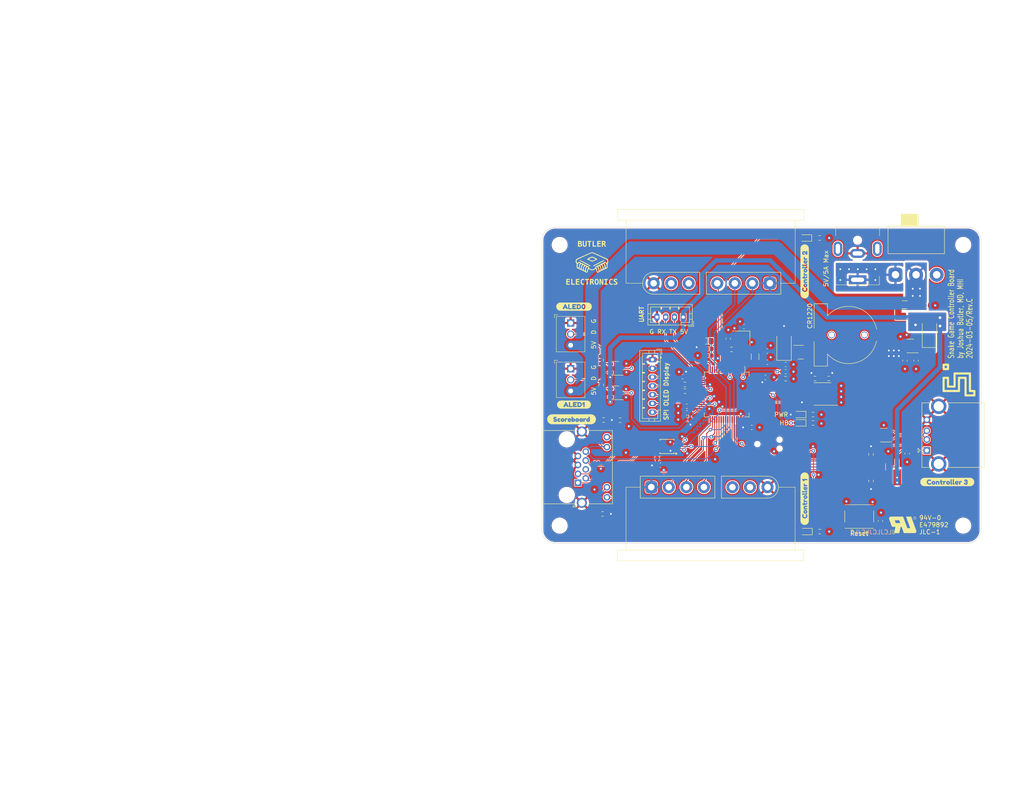
<source format=kicad_pcb>
(kicad_pcb (version 20240108) (generator "pcbnew") (generator_version "8.0")
  (title_block (title "Snake Game Controller Board") (date "2024-03-05") (rev "C") (company "Butler Electronics") (comment 1 "Joshua Butler, MD, MHI"))
  (layers (0 "F.Cu" mixed) (1 "In1.Cu" power) (2 "In2.Cu" power) (31 "B.Cu" mixed) (34 "B.Paste" user) (35 "F.Paste" user) (36 "B.SilkS" user "B.Silkscreen") (37 "F.SilkS" user "F.Silkscreen") (38 "B.Mask" user) (39 "F.Mask" user) (44 "Edge.Cuts" user))
  (net 0 "")
  (net 1 "/BAT+")
  (net 2 "GND")
  (net 3 "/LSE_IN")
  (net 4 "/LSE_OUT")
  (net 5 "/NRST")
  (net 6 "/HSE_IN")
  (net 7 "Net-(C106-Pad1)")
  (net 8 "+3V3")
  (net 9 "+3.3VA")
  (net 10 "Net-(U103-VCAP1)")
  (net 11 "/VBAT")
  (net 12 "/LDO_3V3/5V")
  (net 13 "+5V")
  (net 14 "Net-(D102-K)")
  (net 15 "/LED_HB")
  (net 16 "Net-(D103-K)")
  (net 17 "/LED_SNES0")
  (net 18 "Net-(D104-K)")
  (net 19 "/LED_SNES1")
  (net 20 "Net-(D105-K)")
  (net 21 "/SWO")
  (net 22 "/SWCLK")
  (net 23 "/USB_OTG_VSEN")
  (net 24 "/SWDIO")
  (net 25 "VBUS")
  (net 26 "/USB_D_N")
  (net 27 "/USB_D_P")
  (net 28 "/UART_TX")
  (net 29 "/UART_RX")
  (net 30 "Net-(J301-Pin_2)")
  (net 31 "Net-(F101-Pad2)")
  (net 32 "Net-(J302-Pin_2)")
  (net 33 "/SNES_CLK")
  (net 34 "/SNES_LATCH")
  (net 35 "Net-(SW101-A)")
  (net 41 "/SCL")
  (net 42 "/SDA")
  (net 43 "Net-(U103-BOOT0)")
  (net 44 "/HSE_OUT")
  (net 45 "Net-(R301-Pad1)")
  (net 46 "Net-(R302-Pad1)")
  (net 47 "/D_P")
  (net 48 "/D_N")
  (net 49 "/~{EEPROM}")
  (net 57 "/LED_GRID0")
  (net 58 "/LED_GRID1")
  (net 59 "/OLED_RST")
  (net 60 "/I2C_LED")
  (net 62 "/scoreboard/SDA_N")
  (net 63 "/USB_OTG_EN")
  (net 64 "/USB_OTG_OC")
  (net 68 "/OLED_DC")
  (net 70 "/SNES_DATA1")
  (net 74 "/MOSI")
  (net 75 "/SPI_CLK")
  (net 76 "/OLED_CE")
  (net 77 "/SNES_DATA0")
  (net 78 "Net-(J601-Pad10)")
  (net 79 "/SB_LINK")
  (net 80 "/scoreboard/SCL_P")
  (net 81 "Net-(J601-Pad12)")
  (net 82 "/scoreboard/SDA_P")
  (net 83 "/scoreboard/SCL_N")
  (net 84 "Net-(OLED101-SCLK)")
  (net 85 "Net-(OLED101-MOSI)")
  (net 87 "/SB_EN")
  (net 88 "/SB_SCL")
  (net 89 "/SB_SDA")
  (footprint "Package_TO_SOT_SMD:SOT-23-5" (layer "F.Cu") (at 153.7208 101.727 180)
    (property "Reference" "U302" (hide yes))
    (property "Value" "74AHCT1G125")
  )
  (footprint "Resistor_SMD:R_0603_1608Metric" (layer "F.Cu") (at 200.279 66.421)
    (property "Reference" "R106" (hide yes))
    (property "Value" "2K2")
  )
  (footprint "Package_TO_SOT_SMD:SOT-23-6" (layer "F.Cu") (at 214.884 111.3612 180)
    (property "Reference" "U101" (hide yes))
    (property "Value" "USBLC6-2SC6")
  )
  (footprint "kibuzzard-65E6C2BD" (layer "F.Cu") (at 143.7048 107.7544)
    (property "Reference" "kibuzzard-65E6C2BD" (hide yes))
    (property "Value" "G***" (hide yes))
  )
  (footprint "Capacitor_SMD:C_0603_1608Metric" (layer "F.Cu") (at 214.122 130.937 90)
    (property "Reference" "C103" (hide yes))
    (property "Value" "100nF")
  )
  (footprint "Inductor_SMD:L_0805_2012Metric_Pad1.15x1.40mm_HandSolder" (layer "F.Cu") (at 174.498 89.916 180)
    (property "Reference" "FB101" (hide yes))
    (property "Value" "600@100MHz")
  )
  (footprint "User_Footprint:molex-39773-0003" (layer "F.Cu") (at 143.5 98.712 -90)
    (property "Reference" "J302" (hide yes))
    (property "Value" "Conn_01x03" (hide yes))
  )
  (footprint "Crystal:Crystal_SMD_3215-2Pin_3.2x1.5mm" (layer "F.Cu") (at 185.547 93.472 90)
    (property "Reference" "Y101" (hide yes))
    (property "Value" "32.768kHz")
  )
  (footprint "Capacitor_SMD:C_0603_1608Metric" (layer "F.Cu") (at 174.866 91.694 180)
    (property "Reference" "C108" (hide yes))
    (property "Value" "1uF")
  )
  (footprint "User_Footprint:XKB-Connectivity-TS-1187A-B-A-B" (layer "F.Cu") (at 209.296 129.921 180)
    (property "Reference" "SW102" (hide yes))
    (property "Value" "SW_Push")
  )
  (footprint "Diode_SMD:D_SMA" (layer "F.Cu") (at 192.151 90.805 90)
    (property "Reference" "D106" (hide yes))
    (property "Value" "SS34")
  )
  (footprint "Capacitor_SMD:C_0603_1608Metric" (layer "F.Cu") (at 163.974 116.6444)
    (property "Reference" "C602" (hide yes))
    (property "Value" "100nF")
  )
  (footprint "LED_SMD:LED_0603_1608Metric" (layer "F.Cu") (at 195.6605 108.585 180)
    (property "Reference" "D102" (hide yes))
    (property "Value" "YELLOW")
  )
  (footprint "Resistor_SMD:R_0603_1608Metric" (layer "F.Cu") (at 211.98 121.826 -90)
    (property "Reference" "R501" (hide yes))
    (property "Value" "10K")
  )
  (footprint "Connector_JST:JST_PH_B4B-PH-K_1x04_P2.00mm_Vertical" (layer "F.Cu") (at 169.164 84.455 180)
    (property "Reference" "J103" (hide yes))
    (property "Value" "JST 2.54 Header")
  )
  (footprint "Capacitor_SMD:C_0603_1608Metric" (layer "F.Cu") (at 179.408 89.369 90)
    (property "Reference" "C106" (hide yes))
    (property "Value" "10pF")
  )
  (footprint "kibuzzard-65A37F1A" (layer "F.Cu") (at 144.2636 104.4016)
    (property "Reference" "kibuzzard-65A37F1A" (hide yes))
    (property "Value" "G***" (hide yes))
  )
  (footprint "Package_TO_SOT_SMD:SOT-23" (layer "F.Cu") (at 195.961 92.456)
    (property "Reference" "Q101" (hide yes))
    (property "Value" "AO3501A")
  )
  (footprint "Capacitor_SMD:C_0603_1608Metric" (layer "F.Cu") (at 174.866 93.218 180)
    (property "Reference" "C110" (hide yes))
    (property "Value" "100nF")
  )
  (footprint "Resistor_SMD:R_0603_1608Metric" (layer "F.Cu") (at 202.328 98.458)
    (property "Reference" "R109" (hide yes))
    (property "Value" "1K5")
  )
  (footprint "Resistor_SMD:R_0603_1608Metric" (layer "F.Cu") (at 199.216 98.458 180)
    (property "Reference" "R104" (hide yes))
    (property "Value" "1K5")
  )
  (footprint "Capacitor_SMD:C_0603_1608Metric" (layer "F.Cu") (at 184.785 109.601)
    (property "Reference" "C112" (hide yes))
    (property "Value" "100nF")
  )
  (footprint "Diode_SMD:D_SMA" (layer "F.Cu") (at 225.298 87.884 90)
    (property "Reference" "D101" (hide yes))
    (property "Value" "SS34")
  )
  (footprint "Package_SO:SOIC-8_3.9x4.9mm_P1.27mm" (layer "F.Cu") (at 200.914 101.981 180)
    (property "Reference" "U102" (hide yes))
    (property "Value" "M24C64-RMN")
  )
  (footprint "MountingHole:MountingHole_3.2mm_M3" (layer "F.Cu") (at 233 68)
    (property "Reference" "H103" (hide yes))
    (property "Value" "MountingHole")
  )
  (footprint "Crystal:Crystal_SMD_3225-4Pin_3.2x2.5mm" (layer "F.Cu") (at 182.372 89.281 180)
    (property "Reference" "Y102" (hide yes))
    (property "Value" "16MHz")
  )
  (footprint "Package_TO_SOT_SMD:SOT-23-5" (layer "F.Cu") (at 216.853 118.618 -90)
    (property "Reference" "U501" (hide yes))
    (property "Value" "STMPS2141STR")
  )
  (footprint "Capacitor_SMD:C_0603_1608Metric" (layer "F.Cu") (at 192.532 95.242)
    (property "Reference" "C115" (hide yes))
    (property "Value" "1uF")
  )
  (footprint "Package_SO:TSSOP-10_3x3mm_P0.5mm" (layer "F.Cu") (at 165.4472 113.952 180)
    (property "Reference" "U601" (hide yes))
    (property "Value" "PCA9615DP")
  )
  (footprint "User_Footprint:molex-39773-0003" (layer "F.Cu") (at 143.5 88.298 -90)
    (property "Reference" "J301" (hide yes))
    (property "Value" "Conn_01x03" (hide yes))
  )
  (footprint "LOGO" (layer "F.Cu") (at 219.202 131.826)
    (property "Reference" "G***" (hide yes))
    (property "Value" "LOGO" (hide yes))
  )
  (footprint "Capacitor_SMD:C_0603_1608Metric" (layer "F.Cu") (at 169.037 98.044 180)
    (property "Reference" "C109" (hide yes))
    (property "Value" "100nF")
  )
  (footprint "LOGO" (layer "F.Cu") (at 232.029 98.806 90)
    (property "Reference" "G***" (hide yes))
    (property "Value" "LOGO" (hide yes))
  )
  (footprint "Capacitor_SMD:C_0603_1608Metric" (layer "F.Cu") (at 192.532 96.901)
    (property "Reference" "C116" (hide yes))
    (property "Value" "100nF")
  )
  (footprint "Capacitor_SMD:C_0603_1608Metric" (layer "F.Cu") (at 187.9 98.2)
    (property "Reference" "C113" (hide yes))
    (property "Value" "100nF")
  )
  (footprint "Resistor_SMD:R_0603_1608Metric" (layer "F.Cu") (at 198.755 106.675)
    (property "Reference" "R108" (hide yes))
    (property "Value" "1K5")
  )
  (footprint "User_Footprint:DC_Power_Jack_PJ-063BH" (layer "F.Cu") (at 208.915 80.9375 180)
    (property "Reference" "J101" (hide yes))
    (property "Value" "Barrel_Jack_MountingPin" (hide yes))
  )
  (footprint "Capacitor_SMD:C_0603_1608Metric" (layer "F.Cu") (at 188.341 92.202 180)
    (property "Reference" "C102" (hide yes))
    (property "Value" "15pF")
  )
  (footprint "LED_SMD:LED_0603_1608Metric" (layer "F.Cu") (at 197.104 133.35 180)
    (property "Reference" "D104" (hide yes))
    (property "Value" "BLUE")
  )
  (footprint "Capacitor_SMD:C_0603_1608Metric" (layer "F.Cu") (at 220.218 115.57 -90)
    (property "Reference" "C501" (hide yes))
    (property "Value" "4.7uF")
  )
  (footprint "Resistor_SMD:R_0603_1608Metric" (layer "F.Cu") (at 180.17 91.821 180)
    (property "Reference" "R101" (hide yes))
    (property "Value" "0")
  )
  (footprint "Package_TO_SOT_SMD:SOT-23-5" (layer "F.Cu") (at 153.67 96.139 180)
    (property "Reference" "U301" (hide yes))
    (property "Value" "74AHCT1G125")
  )
  (footprint "MountingHole:MountingHole_3.2mm_M3" (layer "F.Cu") (at 141 68)
    (property "Reference" "H101" (hide yes))
    (property "Value" "MountingHole")
  )
  (footprint "User_Footprint:SNES_Controller_Port_Horizontal" (layer "F.Cu") (at 175.5 123.223)
    (property "Reference" "J401" (hide yes))
    (property "Value" "Conn_01x07")
  )
  (footprint "User_Footprint:butler-electronics-15" (layer "F.Cu") (at 148.353 72.042)
    (property "Reference" "G***" (hide yes))
    (property "Value" "LOGO" (hide yes))
  )
  (footprint "kibuzzard-65A37DD1" (layer "F.Cu") (at 229.362 122.047)
    (property "Reference" "kibuzzard-65A37DD1" (hide yes))
    (property "Value" "G***" (hide yes))
  )
  (footprint "Resistor_SMD:R_0603_1608Metric" (layer "F.Cu") (at 211.98 115.7554 90)
    (property "Reference" "R502" (hide yes))
    (property "Value" "10K")
  )
  (footprint "User_Footprint:Slide_Switch_SPDT_SS-12D06L5" (layer "F.Cu") (at 222.25 74.803 180)
    (property "Reference" "SW101" (hide yes))
    (property "Value" "SW_SPDT")
  )
  (footprint "Connector_Tag:TC2030-IDC-NL" (layer "F.Cu") (at 188.595 113.411)
    (property "Reference" "J102" (hide yes))
    (property "Value" "Tag Connector")
  )
  (footprint "Resistor_SMD:R_0603_1608Metric" (layer "F.Cu") (at 150.766 129.319 180)
    (property "Reference" "R602" (hide yes))
    (property "Value" "1K5")
  )
  (footprint "Resistor_SMD:R_0603_1608Metric" (layer "F.Cu") (at 198.755 108.585)
    (property "Reference" "R105" (hide yes))
    (property "Value" "2K2")
  )
  (footprint "Capacitor_SMD:C_0603_1608Metric" (layer "F.Cu") (at 222.25 94.361 90)
    (property "Reference" "C201" (hide yes))
    (property "Value" "22uF")
  )
  (footprint "Capacitor_SMD:C_0603_1608Metric" (layer "F.Cu") (at 163.974 118.2192)
    (property "Reference" "C601" (hide yes))
    (property "Value" "1uF")
  )
  (footprint "Resistor_SMD:R_0603_1608Metric" (layer "F.Cu") (at 150.4188 94.234 90)
    (property "Reference" "R301" (hide yes))
    (property "Value" "100")
  )
  (footprint "Capacitor_SMD:C_0603_1608Metric" (layer "F.Cu") (at 183.007 86.614 180)
    (property "Reference" "C105" (hide yes))
    (property "Value" "10pF")
  )
  (footprint "Package_TO_SOT_SMD:SOT-23-5" (layer "F.Cu") (at 220.943 91.041 180)
    (property "Reference" "U201" (hide yes))
    (property "Value" "XC6220B331MR-G")
  )
  (footprint "Resistor_SMD:R_0603_1608Metric" (layer "F.Cu") (at 169.545 101.346)
    (property "Reference" "R102" (hide yes))
    (property "Value" "47")
  )
  (footprint "Connector_RJ:RJ45_Amphenol_RJHSE538X" (layer "F.Cu") (at 145.161 122.2248 90)
    (property "Reference" "J601" (hide yes))
    (property "Value" "8P8C_LED_Shielded")
  )
  (footprint "Capacitor_SMD:C_0603_1608Metric" (layer "F.Cu") (at 219.71 94.361 -90)
    (property "Reference" "C202" (hide yes))
    (property "Value" "4.7uF")
  )
  (footprint "Resistor_SMD:R_0603_1608Metric" (layer "F.Cu") (at 154.7792 107.9576)
    (property "Reference" "R603" (hide yes))
    (property "Value" "1K5")
  )
  (footprint "Package_QFP:LQFP-64_10x10mm_P0.5mm" (layer "F.Cu") (at 179.07 102.108 -90)
    (property "Reference" "U103" (hide yes))
    (property "Value" "STM32F446RCTx")
  )
  (footprint "Connector_JST:JST_PH_B7B-PH-K_1x07_P2.00mm_Vertical" (layer "F.Cu") (at 162.1536 94.14 -90)
    (property "Reference" "OLED101" (hide yes))
    (property "Value" "OLED_SPI")
  )
  (footprint "kibuzzard-65A37CF1" (layer "F.Cu") (at 196.85 74.041 90)
    (property "Reference" "kibuzzard-65A37CF1" (hide yes))
    (property "Value" "G***" (hide yes))
  )
  (footprint "Inductor_SMD:L_0603_1608Metric" (layer "F.Cu") (at 220.3112 84.2848)
    (property "Reference" "L101" (hide yes))
    (property "Value" "L_Ferrite_Small")
  )
  (footprint "Capacitor_SMD:C_0603_1608Metric" (layer "F.Cu") (at 224.6292 81.7956 180)
    (property "Reference" "C104" (hide yes))
    (property "Value" "22uF")
  )
  (footprint "Capacitor_SMD:C_0603_1608Metric" (layer "F.Cu") (at 188.341 94.742 180)
    (property "Reference" "C101" (hide yes))
    (property "Value" "15pF")
  )
  (footprint "LED_SMD:LED_0603_1608Metric" (layer "F.Cu") (at 195.6605 106.68 180)
    (property "Reference" "D105" (hide yes))
    (property "Value" "RED")
  )
  (footprint "Resistor_SMD:R_0603_1608Metric" (layer "F.Cu") (at 150.4696 99.9236 90)
    (property "Reference" "R302" (hide yes))
    (property "Value" "100")
  )
  (footprint "LED_SMD:LED_0603_1608Metric" (layer "F.Cu") (at 196.977 66.421 180)
    (property "Reference" "D103" (hide yes))
    (property "Value" "BLUE")
  )
  (footprint "User_Footprint:SNES_Controller_Port_Horizontal" (layer "F.Cu") (at 175.3 76.741 180)
    (property "Reference" "J402" (hide yes))
    (property "Value" "Conn_01x07")
  )
  (footprint "kibuzzard-65A37F11" (layer "F.Cu") (at 144.272 82.075)
    (property "Reference" "kibuzzard-65A37F11" (hide yes))
    (property "Value" "G***" (hide yes))
  )
  (footprint "Fuse:Fuse_1206_3216Metric" (layer "F.Cu") (at 219.6508 81.6432 180)
    (property "Reference" "F101" (hide yes))
    (property "Value" "Polyfuse_Small")
  )
  (footprint "Connector_USB:USB_A_CONNFLY_DS1095-WNR0" (layer "F.Cu") (at 224.7 114.863 90)
    (property "Reference" "J501" (hide yes))
    (property "Value" "USB_A")
  )
  (footprint "MountingHole:MountingHole_3.2mm_M3" (layer "F.Cu") (at 233 132)
    (property "Reference" "H102" (hide yes))
    (property "Value" "MountingHole")
  )
  (footprint "Capacitor_SMD:C_0603_1608Metric" (layer "F.Cu") (at 170 106.299 180)
    (property "Reference" "C111" (hide yes))
    (property "Value" "100nF")
  )
  (footprint "kibuzzard-65A37D11" (layer "F.Cu") (at 196.85 125.857 90)
    (property "Reference" "kibuzzard-65A37D11" (hide yes))
    (property "Value" "G***" (hide yes))
  )
  (footprint "Resistor_SMD:R_0603_1608Metric" (layer "F.Cu") (at 200.279 133.35)
    (property "Reference" "R107" (hide yes))
    (property "Value" "2K2")
  )
  (footprint "Resistor_SMD:R_0603_1608Metric" (layer "F.Cu") (at 151.02 107.9068)
    (property "Reference" "R601" (hide yes))
    (property "Value" "10K")
  )
  (footprint "Capacitor_SMD:C_0603_1608Metric" (layer "F.Cu") (at 169.9684 107.856 180)
    (property "Reference" "C107" (hide yes))
    (property "Value" "4.7uF")
  )
  (footprint "User_Footprint:BatteryHolder_CR1220" (layer "F.Cu") (at 206.883 88.519)
    (property "Reference" "BT101" (hide yes))
    (property "Value" "Battery_Cell")
  )
  (footprint "Resistor_SMD:R_0603_1608Metric" (layer "F.Cu") (at 169.545 99.822 180)
    (property "Reference" "R103" (hide yes))
    (property "Value" "47")
  )
  (footprint "Resistor_SMD:R_0603_1608Metric" (layer "F.Cu") (at 192.5 98.5 180)
    (property "Reference" "R110" (hide yes))
    (property "Value" "10K")
  )
  (footprint "Capacitor_SMD:C_0603_1608Metric" (layer "F.Cu") (at 170 104.775 180)
    (property "Reference" "C114" (hide yes))
    (property "Value" "4.7uF")
  )
  (footprint "MountingHole:MountingHole_3.2mm_M3" (layer "F.Cu") (at 141 132)
    (property "Reference" "H104" (hide yes))
    (property "Value" "MountingHole")
  )
  (gr_line (start 137 133) (end 137 67) (stroke (width 0.1)) (layer "Edge.Cuts"))
  (gr_arc (start 140 136) (mid 137.87868 135.12132) (end 137 133) (stroke (width 0.1)) (layer "Edge.Cuts"))
  (gr_line (start 234 136) (end 140 136) (stroke (width 0.1)) (layer "Edge.Cuts"))
  (gr_arc (start 137 67) (mid 137.87868 64.87868) (end 140 64) (stroke (width 0.1)) (layer "Edge.Cuts"))
  (gr_line (start 140 64) (end 234 64) (stroke (width 0.1)) (layer "Edge.Cuts"))
  (gr_line (start 237 67) (end 237 133) (stroke (width 0.1)) (layer "Edge.Cuts"))
  (gr_arc (start 237 133) (mid 236.12132 135.12132) (end 234 136) (stroke (width 0.1)) (layer "Edge.Cuts"))
  (gr_arc (start 234 64) (mid 236.12132 64.87868) (end 237 67) (stroke (width 0.1)) (layer "Edge.Cuts"))
  (gr_text "JLCJLCJLCJLC" (at 212.344 133.477 0) (layer "B.SilkS") (effects (font (size 1 1) (thickness 0.153)) (justify mirror)))
  (gr_text "${TITLE}\nby ${COMMENT1}\n${ISSUE_DATE}/Rev.${REVISION}" (at 235.204 93.98 90) (layer "F.SilkS") (effects (font (size 1.3 0.9) (thickness 0.153) (bold yes)) (justify left bottom)))
  (gr_text "HB" (at 193.294 108.585 0) (layer "F.SilkS") (effects (font (size 1 1) (thickness 0.153)) (justify right)))
  (gr_text "94V-0\nE479892\nJLC-1" (at 222.885 131.826 0) (layer "F.SilkS") (effects (font (size 1 1) (thickness 0.153)) (justify left)))
  (gr_text "Reset" (at 209.296 134.366 0) (layer "F.SilkS") (effects (font (size 1 1) (thickness 0.2) (bold yes)) (justify bottom)))
  (gr_text "SPI OLED Display" (at 165.879 101.379 90) (layer "F.SilkS") (effects (font (size 1 1) (thickness 0.2) (bold yes)) (justify bottom)))
  (gr_text "5V  D  G" (at 149.352 98.839 90) (layer "F.SilkS") (effects (font (size 1 1) (thickness 0.153)) (justify bottom)))
  (gr_text "UART" (at 160.274 83.82 90) (layer "F.SilkS") (effects (font (size 1 1) (thickness 0.2) (bold yes)) (justify bottom)))
  (gr_text "5V  D  G" (at 149.352 88.298 90) (layer "F.SilkS") (effects (font (size 1 1) (thickness 0.153)) (justify bottom)))
  (gr_text "G RX TX 5V" (at 165.862 88.392 0) (layer "F.SilkS") (effects (font (size 1 1) (thickness 0.153)) (justify bottom)))
  (gr_text "5V/5A Max" (at 202.311 73.406 90) (layer "F.SilkS") (effects (font (size 1 1) (thickness 0.153)) (justify bottom)))
  (gr_text "CR1220" (at 198.628 84.201 90) (layer "F.SilkS") (effects (font (size 1 1) (thickness 0.153)) (justify bottom)))
  (gr_text "PWR" (at 193.167 106.68 0) (layer "F.SilkS") (effects (font (size 1 1) (thickness 0.153)) (justify right)))
  (segment (start 198.374 92.456) (end 196.8985 92.456) (width 0.2) (layer "F.Cu") (net 1))
  (segment (start 198.883 88.519) (end 198.883 91.947) (width 0.2) (layer "F.Cu") (net 1))
  (segment (start 198.883 91.947) (end 198.374 92.456) (width 0.2) (layer "F.Cu") (net 1))
  (segment (start 188.675 98.2) (end 189.836 98.2) (width 0.5) (layer "F.Cu") (net 2))
  (segment (start 203.389 101.346) (end 205.1398 101.346) (width 0.5) (layer "F.Cu") (net 2))
  (segment (start 177.32 94.135) (end 177.32 96.433) (width 0.25) (layer "F.Cu") (net 2))
  (segment (start 174.091 91.694) (end 174.091 93.218) (width 0.5) (layer "F.Cu") (net 2))
  (segment (start 200.533 108.585) (end 199.58 108.585) (width 0.5) (layer "F.Cu") (net 2))
  (segment (start 164.749 119.2842) (end 164.749 118.2192) (width 0.5) (layer "F.Cu") (net 2))
  (segment (start 182.118 86.5) (end 182.118 85.471) (width 0.5) (layer "F.Cu") (net 2))
  (segment (start 156.21 95.062) (end 156.144 95.128) (width 0.5) (layer "F.Cu") (net 2))
  (segment (start 189.865 114.046) (end 189.865 115.062) (width 0.5) (layer "F.Cu") (net 2))
  (segment (start 186.563 109.601) (end 185.56 109.601) (width 0.5) (layer "F.Cu") (net 2))
  (segment (start 221.418001 91.041) (end 222.0805 91.041) (width 0.5) (layer "F.Cu") (net 2))
  (segment (start 205.1398 103.886) (end 205.1728 103.919) (width 0.5) (layer "F.Cu") (net 2))
  (segment (start 184.746 90.131) (end 184.785 90.17) (width 0.5) (layer "F.Cu") (net 2))
  (segment (start 181.272 88.431) (end 181.272 87.419) (width 0.5) (layer "F.Cu") (net 2))
  (segment (start 175.1076 105.3592) (end 175.1064 105.358) (width 0.25) (layer "F.Cu") (net 2))
  (segment (start 182.32 106.5096) (end 182.3042 106.4938) (width 0.25) (layer "F.Cu") (net 2))
  (segment (start 219.71 95.136) (end 219.71 96.266) (width 0.5) (layer "F.Cu") (net 2))
  (segment (start 212.296 126.667) (end 212.344 126.619) (width 0.5) (layer "F.Cu") (net 2))
  (segment (start 218.694 88.9) (end 216.1 88.9) (width 0.5) (layer "F.Cu") (net 2))
  (segment (start 182.232 86.614) (end 182.118 86.5) (width 0.5) (layer "F.Cu") (net 2))
  (segment (start 183.472 90.131) (end 184.746 90.131) (width 0.5) (layer "F.Cu") (net 2))
  (segment (start 214.884 110.903999) (end 214.884 109.093) (width 0.25) (layer "F.Cu") (net 2))
  (segment (start 189.116 94.742) (end 189.116 93.612) (width 0.5) (layer "F.Cu") (net 2))
  (segment (start 166.2252 112.952) (end 166.2092 112.936) (width 0.25) (layer "F.Cu") (net 2))
  (segment (start 177.038 93.853) (end 177.32 94.135) (width 0.25) (layer "F.Cu") (net 2))
  (segment (start 214.122 130.162) (end 214.122 129.159) (width 0.5) (layer "F.Cu") (net 2))
  (segment (start 201.104 133.35) (end 202.438 133.35) (width 0.5) (layer "F.Cu") (net 2))
  (segment (start 201.104 66.421) (end 202.438 66.421) (width 0.5) (layer "F.Cu") (net 2))
  (segment (start 174.677 98.858) (end 173.395 98.858) (width 0.25) (layer "F.Cu") (net 2))
  (segment (start 216.0215 111.379) (end 215.359001 111.379) (width 0.25) (layer "F.Cu") (net 2))
  (segment (start 184.745 98.858) (end 183.463 98.858) (width 0.25) (layer "F.Cu") (net 2))
  (segment (start 175.1064 105.358) (end 173.395 105.358) (width 0.25) (layer "F.Cu") (net 2))
  (segment (start 156.1338 102.743) (end 156.0678 102.677) (width 0.5) (layer "F.Cu") (net 2))
  (segment (start 220.091 88.519) (end 220.918 89.346) (width 0.5) (layer "F.Cu") (net 2))
  (segment (start 206.296 126.571) (end 206.375 126.492) (width 0.5) (layer "F.Cu") (net 2))
  (segment (start 194.302 95.242) (end 194.31 95.25) (width 0.5) (layer "F.Cu") (net 2))
  (segment (start 181.272 87.419) (end 180.848 86.995) (width 0.5) (layer "F.Cu") (net 2))
  (segment (start 203.389 100.076) (end 205.1398 100.076) (width 0.5) (layer "F.Cu") (net 2))
  (segment (start 149.0774 123.8966) (end 148.9372 123.7564) (width 0.2) (layer "F.Cu") (net 2))
  (segment (start 205.1398 100.076) (end 205.1728 100.109) (width 0.5) (layer "F.Cu") (net 2))
  (segment (start 193.325 98.5) (end 194.258 98.5) (width 0.5) (layer "F.Cu") (net 2))
  (segment (start 220.918 89.346) (end 220.918 90.540999) (width 0.5) (layer "F.Cu") (net 2))
  (segment (start 168.201 97.983) (end 168.262 98.044) (width 0.5) (layer "F.Cu") (net 2))
  (segment (start 169.225 104.775) (end 168.021 104.775) (width 0.5) (layer "F.Cu") (net 2))
  (segment (start 193.307 96.901) (end 194.31 96.901) (width 0.5) (layer "F.Cu") (net 2))
  (segment (start 175.264653 99.817347) (end 175.264653 99.445653) (width 0.25) (layer "F.Cu") (net 2))
  (segment (start 203.389 102.616) (end 205.1398 102.616) (width 0.5) (layer "F.Cu") (net 2))
  (segment (start 216.853 116.015) (end 216.853 117.4805) (width 0.5) (layer "F.Cu") (net 2))
  (segment (start 200.66 108.712) (end 200.533 108.585) (width 0.5) (layer "F.Cu") (net 2))
  (segment (start 182.753 99.568) (end 182.753 100.1655) (width 0.25) (layer "F.Cu") (net 2))
  (segment (start 156.0678 102.677) (end 154.8583 102.677) (width 0.5) (layer "F.Cu") (net 2))
  (segment (start 193.307 95.242) (end 194.302 95.242) (width 0.5) (layer "F.Cu") (net 2))
  (segment (start 182.32 107.783) (end 182.32 106.5096) (width 0.25) (layer "F.Cu") (net 2))
  (segment (start 189.116 92.202) (end 189.116 90.945) (width 0.5) (layer "F.Cu") (net 2))
  (segment (start 156.735 109.3546) (end 156.7604 109.3292) (width 0.5) (layer "F.Cu") (net 2))
  (segment (start 199.58 106.675) (end 200.655 106.675) (width 0.5) (layer "F.Cu") (net 2))
  (segment (start 179.408 88.594) (end 179.408 87.419) (width 0.5) (layer "F.Cu") (net 2))
  (segment (start 212.296 128.046) (end 212.296 126.667) (width 0.5) (layer "F.Cu") (net 2))
  (segment (start 156.735 110.523) (end 156.735 109.3546) (width 0.5) (layer "F.Cu") (net 2))
  (segment (start 189.116 93.612) (end 189.103 93.599) (width 0.5) (layer "F.Cu") (net 2))
  (segment (start 200.655 106.675) (end 200.66 106.68) (width 0.5) (layer "F.Cu") (net 2))
  (segment (start 168.201 96.942) (end 168.201 97.983) (width 0.5) (layer "F.Cu") (net 2))
  (segment (start 205.1398 102.616) (end 205.1728 102.649) (width 0.5) (layer "F.Cu") (net 2))
  (segment (start 169.225 106.299) (end 168.021 106.299) (width 0.5) (layer "F.Cu") (net 2))
  (segment (start 220.918 90.540999) (end 221.418001 91.041) (width 0.5) (layer "F.Cu") (net 2))
  (segment (start 179.408 87.419) (end 179.451 87.376) (width 0.5) (layer "F.Cu") (net 2))
  (segment (start 154.8583 100.777) (end 156.0728 100.777) (width 0.5) (layer "F.Cu") (net 2))
  (segment (start 156.0728 100.777) (end 156.1338 100.838) (width 0.5) (layer "F.Cu") (net 2))
  (segment (start 203.389 103.886) (end 205.1398 103.886) (width 0.5) (layer "F.Cu") (net 2))
  (segment (start 167.5972 112.952) (end 166.2252 112.952) (width 0.25) (layer "F.Cu") (net 2))
  (segment (start 220.218 116.345) (end 220.218 117.475) (width 0.5) (layer "F.Cu") (net 2))
  (segment (start 214.122 129.159) (end 214.249 129.032) (width 0.5) (layer "F.Cu") (net 2))
  (segment (start 189.836 98.2) (end 189.865 98.171) (width 0.5) (layer "F.Cu") (net 2))
  (segment (start 175.264653 99.445653) (end 174.677 98.858) (width 0.25) (layer "F.Cu") (net 2))
  (segment (start 194.258 98.5) (end 194.31 98.552) (width 0.5) (layer "F.Cu") (net 2))
  (segment (start 183.463 98.858) (end 182.753 99.568) (width 0.25) (layer "F.Cu") (net 2))
  (segment (start 156.144 97.028) (end 154.8075 97.028) (width 0.5) (layer "F.Cu") (net 2))
  (segment (start 215.359001 111.379) (end 214.884 110.903999) (width 0.25) (layer "F.Cu") (net 2))
  (segment (start 215.9 115.062) (end 216.853 116.015) (width 0.5) (layer "F.Cu") (net 2))
  (segment (start 164.736 119.2972) (end 164.749 119.2842) (width 0.5) (layer "F.Cu") (net 2))
  (segment (start 174.091 93.218) (end 172.466 93.218) (width 0.25) (layer "F.Cu") (net 2))
  (segment (start 206.296 128.046) (end 206.296 126.571) (width 0.5) (layer "F.Cu") (net 2))
  (segment (start 189.116 90.945) (end 189.103 90.932) (width 0.5) (layer "F.Cu") (net 2))
  (segment (start 164.749 116.6444) (end 164.749 118.2192) (width 0.5) (layer "F.Cu") (net 2))
  (segment (start 205.1398 101.346) (end 205.1728 101.379) (width 0.5) (layer "F.Cu") (net 2))
  (segment (start 156.144 95.128) (end 154.8075 95.128) (width 0.5) (layer "F.Cu") (net 2))
  (segment (start 222.25 95.136) (end 222.25 96.266) (width 0.5) (layer "F.Cu") (net 2))
  (segment (start 169.225 107.823) (end 168.021 107.823) (width 0.5) (layer "F.Cu") (net 2))
  (segment (start 225.4042 81.7956) (end 226.6104 81.7956) (width 0.5) (layer "F.Cu") (net 2))
  (via (at 156.21 97.028) (size 0.8) (drill 0.4) (layers "F.Cu" "B.Cu") (net 2))
  (via (at 166.2092 112.936) (size 0.8) (drill 0.4) (layers "F.Cu" "B.Cu") (net 2))
  (via (at 156.1 115.349) (size 0.8) (drill 0.4) (layers "F.Cu" "B.Cu") (net 2))
  (via (at 148.9372 123.7564) (size 0.8) (drill 0.4) (layers "F.Cu" "B.Cu") (net 2))
  (via (at 177.3344 103.792) (size 0.8) (drill 0.4) (layers "F.Cu" "B.Cu") (net 2))
  (via (at 168.021 104.775) (size 0.8) (drill 0.4) (layers "F.Cu" "B.Cu") (net 2))
  (via (at 176.42 116.8476) (size 0.8) (drill 0.4) (layers "F.Cu" "B.Cu") (net 2))
  (via (at 218.694 88.9) (size 0.8) (drill 0.4) (layers "F.Cu" "B.Cu") (net 2))
  (via (at 206.375 126.492) (size 0.8) (drill 0.4) (layers "F.Cu" "B.Cu") (net 2))
  (via (at 220.218 117.475) (size 0.8) (drill 0.4) (layers "F.Cu" "B.Cu") (net 2))
  (via (at 176.186252 102.493087) (size 0.8) (drill 0.4) (layers "F.Cu" "B.Cu") (net 2))
  (via (at 194.31 95.25) (size 0.8) (drill 0.4) (layers "F.Cu" "B.Cu") (net 2))
  (via (at 198.755 113.919) (size 0.8) (drill 0.4) (layers "F.Cu" "B.Cu") (net 2))
  (via (at 214.884 109.093) (size 0.8) (drill 0.4) (layers "F.Cu" "B.Cu") (net 2))
  (via (at 170.07 115.5268) (size 0.8) (drill 0.4) (layers "F.Cu" "B.Cu") (net 2))
  (via (at 220.091 88.519) (size 0.8) (drill 0.4) (layers "F.Cu" "B.Cu") (net 2))
  (via (at 189.103 93.599) (size 0.8) (drill 0.4) (layers "F.Cu" "B.Cu") (net 2))
  (via (at 182.3042 106.4938) (size 0.8) (drill 0.4) (layers "F.Cu" "B.Cu") (net 2))
  (via (at 184.785 90.17) (size 0.8) (drill 0.4) (layers "F.Cu" "B.Cu") (net 2))
  (via (at 168.9016 111.666) (size 0.8) (drill 0.4) (layers "F.Cu" "B.Cu") (net 2))
  (via (at 226.6104 81.7956) (size 0.8) (drill 0.4) (layers "F.Cu" "B.Cu") (net 2))
  (via (at 212.344 126.619) (size 0.8) (drill 0.4) (layers "F.Cu" "B.Cu") (net 2))
  (via (at 205.1728 101.379) (size 0.8) (drill 0.4) (layers "F.Cu" "B.Cu") (net 2))
  (via (at 168.021 107.823) (size 0.8) (drill 0.4) (layers "F.Cu" "B.Cu") (net 2))
  (via (at 172.466 93.218) (size 0.8) (drill 0.4) (layers "F.Cu" "B.Cu") (net 2))
  (via (at 194.31 98.552) (size 0.8) (drill 0.4) (layers "F.Cu" "B.Cu") (net 2))
  (via (at 194.31 96.901) (size 0.8) (drill 0.4) (layers "F.Cu" "B.Cu") (net 2))
  (via (at 189.865 98.171) (size 0.8) (drill 0.4) (layers "F.Cu" "B.Cu") (net 2))
  (via (at 205.1728 103.919) (size 0.8) (drill 0.4) (layers "F.Cu" "B.Cu") (net 2))
  (via (at 202.438 133.35) (size 0.8) (drill 0.4) (layers "F.Cu" "B.Cu") (net 2))
  (via (at 215.9 115.062) (size 0.8) (drill 0.4) (layers "F.Cu" "B.Cu") (net 2))
  (via (at 200.025 120.396) (size 0.8) (drill 0.4) (layers "F.Cu" "B.Cu") (net 2))
  (via (at 202.438 66.421) (size 0.8) (drill 0.4) (layers "F.Cu" "B.Cu") (net 2))
  (via (at 222.25 96.266) (size 0.8) (drill 0.4) (layers "F.Cu" "B.Cu") (net 2))
  (via (at 177.038 93.853) (size 0.8) (drill 0.4) (layers "F.Cu" "B.Cu") (net 2))
  (via (at 219.71 96.266) (size 0.8) (drill 0.4) (layers "F.Cu" "B.Cu") (net 2))
  (via (at 182.753 100.1655) (size 0.8) (drill 0.4) (layers "F.Cu" "B.Cu") (net 2))
  (via (at 156.1338 100.838) (size 0.8) (drill 0.4) (layers "F.Cu" "B.Cu") (net 2))
  (via (at 182.118 85.471) (size 0.8) (drill 0.4) (layers "F.Cu" "B.Cu") (net 2))
  (via (at 179.451 87.376) (size 0.8) (drill 0.4) (layers "F.Cu" "B.Cu") (net 2))
  (via (at 189.103 90.932) (size 0.8) (drill 0.4) (layers "F.Cu" "B.Cu") (net 2))
  (via (at 164.736 119.2972) (size 0.8) (drill 0.4) (layers "F.Cu" "B.Cu") (net 2))
  (via (at 175.264653 99.817347) (size 0.8) (drill 0.4) (layers "F.Cu" "B.Cu") (net 2))
  (via (at 189.865 115.062) (size 0.8) (drill 0.4) (layers "F.Cu" "B.Cu") (net 2))
  (via (at 178.0964 104.8588) (size 0.8) (drill 0.4) (layers "F.Cu" "B.Cu") (net 2))
  (via (at 156.21 95.062) (size 0.8) (drill 0.4) (layers "F.Cu" "B.Cu") (net 2))
  (via (at 156.1338 102.743) (size 0.8) (drill 0.4) (layers "F.Cu" "B.Cu") (net 2))
  (via (at 168.021 106.299) (size 0.8) (drill 0.4) (layers "F.Cu" "B.Cu") (net 2))
  (via (at 205.1728 100.109) (size 0.8) (drill 0.4) (layers "F.Cu" "B.Cu") (net 2))
  (via (at 186.563 109.601) (size 0.8) (drill 0.4) (layers "F.Cu" "B.Cu") (net 2))
  (via (at 200.66 106.68) (size 0.8) (drill 0.4) (layers "F.Cu" "B.Cu") (net 2))
  (via (at 156.7604 109.3292) (size 0.8) (drill 0.4) (layers "F.Cu" "B.Cu") (net 2))
  (via (at 168.201 96.942) (size 0.8) (drill 0.4) (layers "F.Cu" "B.Cu") (net 2))
  (via (at 150.385 119.032) (size 0.8) (drill 0.4) (layers "F.Cu" "B.Cu") (net 2))
  (via (at 180.848 86.995) (size 0.8) (drill 0.4) (layers "F.Cu" "B.Cu") (net 2))
  (via (at 205.1728 102.649) (size 0.8) (drill 0.4) (layers "F.Cu" "B.Cu") (net 2))
  (via (at 214.249 129.032) (size 0.8) (drill 0.4) (layers "F.Cu" "B.Cu") (net 2))
  (via (at 200.66 108.712) (size 0.8) (drill 0.4) (layers "F.Cu" "B.Cu") (net 2))
  (via (at 175.1076 105.3592) (size 0.8) (drill 0.4) (layers "F.Cu" "B.Cu") (net 2))
  (segment (start 185.547 94.722) (end 182.265 94.722) (width 0.2) (layer "F.Cu") (net 3))
  (segment (start 187.546 94.722) (end 187.566 94.742) (width 0.2) (layer "F.Cu") (net 3))
  (segment (start 182.265 94.722) (end 181.82 95.167) (width 0.2) (layer "F.Cu") (net 3))
  (segment (start 181.82 95.167) (end 181.82 96.433) (width 0.2) (layer "F.Cu") (net 3))
  (segment (start 185.547 94.722) (end 187.546 94.722) (width 0.2) (layer "F.Cu") (net 3))
  (segment (start 181.32 94.778) (end 181.32 96.433) (width 0.2) (layer "F.Cu") (net 4))
  (segment (start 185.547 92.222) (end 183.876 92.222) (width 0.2) (layer "F.Cu") (net 4))
  (segment (start 183.876 92.222) (end 181.32 94.778) (width 0.2) (layer "F.Cu") (net 4))
  (segment (start 185.547 92.222) (end 187.546 92.222) (width 0.2) (layer "F.Cu") (net 4))
  (segment (start 187.546 92.222) (end 187.566 92.202) (width 0.2) (layer "F.Cu") (net 4))
  (segment (start 212.296 131.796) (end 206.296 131.796) (width 0.2) (layer "F.Cu") (net 5))
  (segment (start 196.994 116.0856) (end 189.4916 116.0856) (width 0.2) (layer "F.Cu") (net 5))
  (segment (start 212.296 131.796) (end 214.038 131.796) (width 0.2) (layer "F.Cu") (net 5))
  (segment (start 188.4045 115.3795) (end 188.7855 115.3795) (width 0.2) (layer "F.Cu") (net 5))
  (segment (start 179.832 98.171) (end 179.832 96.445) (width 0.2) (layer "F.Cu") (net 5))
  (segment (start 188.595 115.189) (end 188.595 114.046) (width 0.2) (layer "F.Cu") (net 5))
  (segment (start 188.595 115.189) (end 189.484 116.078) (width 0.2) (layer "F.Cu") (net 5))
  (segment (start 214.038 131.796) (end 214.122 131.712) (width 0.2) (layer "F.Cu") (net 5))
  (segment (start 206.296 131.366) (end 198.882 123.952) (width 0.2) (layer "F.Cu") (net 5))
  (segment (start 188.087 115.697) (end 188.4045 115.3795) (width 0.2) (layer "F.Cu") (net 5))
  (segment (start 189.4916 116.0856) (end 189.484 116.078) (width 0.2) (layer "F.Cu") (net 5))
  (segment (start 198.163444 114.916156) (end 196.994 116.0856) (width 0.2) (layer "F.Cu") (net 5))
  (segment (start 198.882 123.952) (end 198.882 120.396) (width 0.2) (layer "F.Cu") (net 5))
  (segment (start 198.830404 114.916156) (end 198.163444 114.916156) (width 0.2) (layer "F.Cu") (net 5))
  (segment (start 184.912 115.697) (end 188.087 115.697) (width 0.2) (layer "F.Cu") (net 5))
  (segment (start 206.296 131.796) (end 206.296 131.366) (width 0.2) (layer "F.Cu") (net 5))
  (segment (start 179.832 96.445) (end 179.82 96.433) (width 0.2) (layer "F.Cu") (net 5))
  (segment (start 188.595 115.189) (end 188.087 115.697) (width 0.2) (layer "F.Cu") (net 5))
  (segment (start 182.499 113.284) (end 184.912 115.697) (width 0.2) (layer "F.Cu") (net 5))
  (segment (start 188.7855 115.3795) (end 189.484 116.078) (width 0.2) (layer "F.Cu") (net 5))
  (via (at 182.499 113.284) (size 0.8) (drill 0.4) (layers "F.Cu" "B.Cu") (net 5))
  (via (at 198.882 120.396) (size 0.8) (drill 0.4) (layers "F.Cu" "B.Cu") (net 5))
  (via (at 179.832 98.171) (size 0.8) (drill 0.4) (layers "F.Cu" "B.Cu") (net 5))
  (via (at 198.830404 114.916156) (size 0.8) (drill 0.4) (layers "F.Cu" "B.Cu") (net 5))
  (segment (start 182.499 113.284) (end 181.991 113.284) (width 0.2) (layer "B.Cu") (net 5))
  (segment (start 198.882 114.967752) (end 198.882 120.396) (width 0.2) (layer "B.Cu") (net 5))
  (segment (start 181.991 113.284) (end 180.721 112.014) (width 0.2) (layer "B.Cu") (net 5))
  (segment (start 198.830404 114.916156) (end 198.882 114.967752) (width 0.2) (layer "B.Cu") (net 5))
  (segment (start 180.721 112.014) (end 180.721 99.06) (width 0.2) (layer "B.Cu") (net 5))
  (segment (start 180.721 99.06) (end 179.832 98.171) (width 0.2) (layer "B.Cu") (net 5))
  (segment (start 183.782 86.614) (end 183.782 88.121) (width 0.2) (layer "F.Cu") (net 6))
  (segment (start 182.372 89.027) (end 182.372 92.71) (width 0.2) (layer "F.Cu") (net 6))
  (segment (start 183.782 88.121) (end 183.472 88.431) (width 0.2) (layer "F.Cu") (net 6))
  (segment (start 183.472 88.431) (end 182.968 88.431) (width 0.2) (layer "F.Cu") (net 6))
  (segment (start 180.82 94.262) (end 180.82 96.433) (width 0.2) (layer "F.Cu") (net 6))
  (segment (start 182.968 88.431) (end 182.372 89.027) (width 0.2) (layer "F.Cu") (net 6))
  (segment (start 182.372 92.71) (end 180.82 94.262) (width 0.2) (layer "F.Cu") (net 6))
  (segment (start 179.345 90.207) (end 179.408 90.144) (width 0.2) (layer "F.Cu") (net 7))
  (segment (start 179.408 90.144) (end 181.259 90.144) (width 0.2) (layer "F.Cu") (net 7))
  (segment (start 181.259 90.144) (end 181.272 90.131) (width 0.2) (layer "F.Cu") (net 7))
  (segment (start 179.345 91.821) (end 179.345 90.207) (width 0.2) (layer "F.Cu") (net 7))
  (segment (start 195.0235 91.506) (end 195.0235 89.9945) (width 0.5) (layer "F.Cu") (net 8))
  (segment (start 187.125 99.241) (end 187.198 99.314) (width 0.5) (layer "F.Cu") (net 8))
  (segment (start 170.775 108.926) (end 170.815 108.966) (width 0.5) (layer "F.Cu") (net 8))
  (segment (start 152.8996 107.9068) (end 153.9034 107.9068) (width 0.5) (layer "F.Cu") (net 8))
  (segment (start 195.0235 89.9945) (end 193.834 88.805) (width 0.5) (layer "F.Cu") (net 8))
  (segment (start 152.671 129.319) (end 151.591 129.319) (width 0.5) (layer "F.Cu") (net 8))
  (segment (start 162.0944 118.2192) (end 162.0436 118.27) (width 0.5) (layer "F.Cu") (net 8))
  (segment (start 170.775 107.823) (end 170.775 108.926) (width 0.5) (layer "F.Cu") (net 8))
  (segment (start 192.151 88.805) (end 192.151 86.487) (width 0.5) (layer "F.Cu") (net 8))
  (segment (start 211.98 113.9012) (end 211.98 114.9304) (width 0.5) (layer "F.Cu") (net 8))
  (segment (start 172.212 91.313) (end 172.212 90.424) (width 0.5) (layer "F.Cu") (net 8))
  (segment (start 170.561 98.044) (end 169.812 98.044) (width 0.25) (layer "F.Cu") (net 8))
  (segment (start 169.812 96.902) (end 169.812 98.044) (width 0.5) (layer "F.Cu") (net 8))
  (segment (start 163.199 116.6444) (end 163.199 115.0502) (width 0.2) (layer "F.Cu") (net 8))
  (segment (start 173.395 105.858) (end 172.0688 105.858) (width 0.25) (layer "F.Cu") (net 8))
  (segment (start 196.231158 103.886) (end 198.439 103.886) (width 0.5) (layer "F.Cu") (net 8))
  (segment (start 151.845 107.9068) (end 152.8996 107.9068) (width 0.5) (layer "F.Cu") (net 8))
  (segment (start 182.82 109.601) (end 182.82 107.783) (width 0.25) (layer "F.Cu") (net 8))
  (segment (start 171.875 99.358) (end 170.561 98.044) (width 0.25) (layer "F.Cu") (net 8))
  (segment (start 163.199 118.2192) (end 162.0944 118.2192) (width 0.5) (layer "F.Cu") (net 8))
  (segment (start 163.199 118.2192) (end 163.199 116.6444) (width 0.5) (layer "F.Cu") (net 8))
  (segment (start 184.745 98.358) (end 186.967 98.358) (width 0.25) (layer "F.Cu") (net 8))
  (segment (start 198.391 97.188) (end 198.391 98.458) (width 0.5) (layer "F.Cu") (net 8))
  (segment (start 186.967 98.358) (end 187.125 98.2) (width 0.25) (layer "F.Cu") (net 8))
  (segment (start 163.199 115.0502) (end 163.2972 114.952) (width 0.2) (layer "F.Cu") (net 8))
  (segment (start 166.2948 114.952) (end 167.5972 114.952) (width 0.25) (layer "F.Cu") (net 8))
  (segment (start 171.6278 106.299) (end 170.775 106.299) (width 0.25) (layer "F.Cu") (net 8))
  (segment (start 211.98 123.6548) (end 211.98 122.651) (width 0.5) (layer "F.Cu") (net 8))
  (segment (start 172.212 90.424) (end 172.72 89.916) (width 0.5) (layer "F.Cu") (net 8))
  (segment (start 203.1408 97.188) (end 203.1408 98.5088) (width 0.5) (layer "F.Cu") (net 8))
  (segment (start 172.0688 105.858) (end 171.6278 106.299) (width 0.25) (layer "F.Cu") (net 8))
  (segment (start 153.9034 107.9068) (end 153.9542 107.9576) (width 0.5) (layer "F.Cu") (net 8))
  (segment (start 172.72 89.916) (end 173.473 89.916) (width 0.5) (layer "F.Cu") (net 8))
  (segment (start 194.873 106.68) (end 193.675 106.68) (width 0.5) (layer "F.Cu") (net 8))
  (segment (start 173.395 99.358) (end 171.875 99.358) (width 0.25) (layer "F.Cu") (net 8))
  (segment (start 187.125 98.2) (end 187.125 99.241) (width 0.5) (layer "F.Cu") (net 8))
  (segment (start 193.834 88.805) (end 192.151 88.805) (width 0.5) (layer "F.Cu") (net 8))
  (segment (start 182.82 109.601) (end 184.01 109.601) (width 0.25) (layer "F.Cu") (net 8))
  (segment (start 166.26 114.9172) (end 166.2948 114.952) (width 0.25) (layer "F.Cu") (net 8))
  (segment (start 170.775 107.823) (end 170.775 106.299) (width 0.5) (layer "F.Cu") (net 8))
  (via (at 211.98 123.6548) (size 0.8) (drill 0.4) (layers "F.Cu" "B.Cu") (net 8))
  (via (at 166.26 114.9172) (size 0.8) (drill 0.4) (layers "F.Cu" "B.Cu") (net 8))
  (via (at 198.391 97.188) (size 0.8) (drill 0.4) (layers "F.Cu" "B.Cu") (net 8))
  (via (at 217.17 92.075) (size 0.8) (drill 0.4) (layers "F.Cu" "B.Cu") (net 8))
  (via (at 170.815 108.966) (size 0.8) (drill 0.4) (layers "F.Cu" "B.Cu") (net 8))
  (via (at 218.313 93.345) (size 0.8) (drill 0.4) (layers "F.Cu" "B.Cu") (net 8))
  (via (at 211.98 113.9012) (size 0.8) (drill 0.4) (layers "F.Cu" "B.Cu") (net 8))
  (via (at 192.151 86.487) (size 0.8) (drill 0.4) (layers "F.Cu" "B.Cu") (net 8))
  (via (at 217.17 93.345) (size 0.8) (drill 0.4) (layers "F.Cu" "B.Cu") (net 8))
  (via (at 187.198 99.314) (size 0.8) (drill 0.4) (layers "F.Cu" "B.Cu") (net 8))
  (via (at 162.0436 118.27) (size 0.8) (drill 0.4) (layers "F.Cu" "B.Cu") (net 8))
  (via (at 196.231158 103.886) (size 0.8) (drill 0.4) (layers "F.Cu" "B.Cu") (net 8))
  (via (at 182.82 109.601) (size 0.8) (drill 0.4) (layers "F.Cu" "B.Cu") (net 8))
  (via (at 169.812 96.902) (size 0.8) (drill 0.4) (layers "F.Cu" "B.Cu") (net 8))
  (via (at 216.027 93.345) (size 0.8) (drill 0.4) (layers "F.Cu" "B.Cu") (net 8))
  (via (at 152.8996 107.9068) (size 0.8) (drill 0.4) (layers "F.Cu" "B.Cu") (net 8))
  (via (at 152.671 129.319) (size 0.8) (drill 0.4) (layers "F.Cu" "B.Cu") (net 8))
  (via (at 193.675 106.68) (size 0.8) (drill 0.4) (layers "F.Cu" "B.Cu") (net 8))
  (via (at 216.027 92.075) (size 0.8) (drill 0.4) (layers "F.Cu" "B.Cu") (net 8))
  (via (at 203.1408 97.188) (size 0.8) (drill 0.4) (layers "F.Cu" "B.Cu") (net 8))
  (via (at 218.313 92.075) (size 0.8) (drill 0.4) (layers "F.Cu" "B.Cu") (net 8))
  (via (at 172.212 91.313) (size 0.8) (drill 0.4) (layers "F.Cu" "B.Cu") (net 8))
  (segment (start 175.641 89.907) (end 175.641 91.694) (width 0.2) (layer "F.Cu") (net 9))
  (segment (start 175.641 93.98) (end 176.82 95.159) (width 0.2) (layer "F.Cu") (net 9))
  (segment (start 175.641 91.694) (end 175.641 93.218) (width 0.2) (layer "F.Cu") (net 9))
  (segment (start 176.82 95.159) (end 176.82 96.433) (width 0.2) (layer "F.Cu") (net 9))
  (segment (start 175.641 93.218) (end 175.641 93.98) (width 0.2) (layer "F.Cu") (net 9))
  (segment (start 170.858 104.858) (end 173.395 104.858) (width 0.2) (layer "F.Cu") (net 10))
  (segment (start 170.775 104.775) (end 170.858 104.858) (width 0.2) (layer "F.Cu") (net 10))
  (segment (start 195.0235 93.406) (end 194.9575 93.472) (width 0.2) (layer "F.Cu") (net 11))
  (segment (start 194.9575 93.472) (end 192.818 93.472) (width 0.2) (layer "F.Cu") (net 11))
  (segment (start 191.757 95.242) (end 191.757 96.901) (width 0.2) (layer "F.Cu") (net 11))
  (segment (start 192.818 93.472) (end 192.151 92.805) (width 0.2) (layer "F.Cu") (net 11))
  (segment (start 191.757 96.901) (end 190.627 96.901) (width 0.2) (layer "F.Cu") (net 11))
  (segment (start 182.82 98.171) (end 182.82 96.433) (width 0.2) (layer "F.Cu") (net 11))
  (segment (start 191.757 93.199) (end 191.757 95.242) (width 0.2) (layer "F.Cu") (net 11))
  (segment (start 192.151 92.805) (end 191.757 93.199) (width 0.2) (layer "F.Cu") (net 11))
  (via (at 182.82 98.171) (size 0.8) (drill 0.4) (layers "F.Cu" "B.Cu") (net 11))
  (via (at 190.627 96.901) (size 0.8) (drill 0.4) (layers "F.Cu" "B.Cu") (net 11))
  (segment (start 182.82 98.171) (end 184.491 96.5) (width 0.2) (layer "B.Cu") (net 11))
  (segment (start 190.226 96.5) (end 190.627 96.901) (width 0.2) (layer "B.Cu") (net 11))
  (segment (start 184.491 96.5) (end 190.226 96.5) (width 0.2) (layer "B.Cu") (net 11))
  (segment (start 222.25 92.1605) (end 222.0805 91.991) (width 0.5) (layer "F.Cu") (net 12))
  (segment (start 222.25 93.586) (end 222.25 92.1605) (width 0.5) (layer "F.Cu") (net 12))
  (segment (start 152.527 97.0945) (end 152.5325 97.089) (width 0.5) (layer "F.Cu") (net 13))
  (segment (start 152.527 98.171) (end 152.527 97.0945) (width 0.5) (layer "F.Cu") (net 13))
  (segment (start 152.527 103.759) (end 152.527 102.7333) (width 0.5) (layer "F.Cu") (net 13))
  (segment (start 152.527 102.7333) (end 152.5833 102.677) (width 0.5) (layer "F.Cu") (net 13))
  (via (at 217.932 122.174) (size 0.8) (drill 0.4) (layers "F.Cu" "B.Cu") (net 13))
  (via (at 152.527 98.171) (size 0.8) (drill 0.4) (layers "F.Cu" "B.Cu") (net 13))
  (via (at 227.711 84.582) (size 1.2) (drill 0.6) (layers "F.Cu" "B.Cu") (net 13))
  (via (at 227.711 86.487) (size 1.2) (drill 0.6) (layers "F.Cu" "B.Cu") (net 13))
  (via (at 222.123 86.233) (size 1.2) (drill 0.6) (layers "F.Cu" "B.Cu") (net 13))
  (via (at 217.932 121.031) (size 0.8) (drill 0.4) (layers "F.Cu" "B.Cu") (net 13))
  (via (at 152.527 103.759) (size 0.8) (drill 0.4) (layers "F.Cu" "B.Cu") (net 13))
  (segment (start 173.482 74.676) (end 173.482 78.994) (width 1) (layer "B.Cu") (net 13))
  (segment (start 152.527 97.155) (end 152.527 98.171) (width 1) (layer "B.Cu") (net 13))
  (segment (start 217.932 105.664) (end 217.932 122.174) (width 1) (layer "B.Cu") (net 13))
  (segment (start 169.164 87.376) (end 167.386 89.154) (width 1) (layer "B.Cu") (net 13))
  (segment (start 227.711 95.885) (end 217.932 105.664) (width 1) (layer "B.Cu") (net 13))
  (segment (start 152.527 91.44) (end 152.527 97.155) (width 1) (layer "B.Cu") (net 13))
  (segment (start 189.009 71.534) (end 176.624 71.534) (width 1) (layer "B.Cu") (net 13))
  (segment (start 152.527 97.155) (end 152.527 102.489) (width 1) (layer "B.Cu") (net 13))
  (segment (start 227.711 84.582) (end 226.695 85.598) (width 1) (layer "B.Cu") (net 13))
  (segment (start 226.695 85.598) (end 222.7928 85.598) (width 1) (layer "B.Cu") (net 13))
  (segment (start 169.164 83.312) (end 169.164 84.455) (width 1) (layer "B.Cu") (net 13))
  (segment (start 222.7928 85.598) (end 221.7082 84.5134) (width 1) (layer "B.Cu") (net 13))
  (segment (start 201.9884 84.5134) (end 189.009 71.534) (width 1) (layer "B.Cu") (net 13))
  (segment (start 221.7082 84.5134) (end 201.9884 84.5134) (width 1) (layer "B.Cu") (net 13))
  (segment (start 167.386 89.154) (end 154.813 89.154) (width 1) (layer "B.Cu") (net 13))
  (segment (start 173.482 78.994) (end 169.164 83.312) (width 1) (layer "B.Cu") (net 13))
  (segment (start 154.813 89.154) (end 152.527 91.44) (width 1) (layer "B.Cu") (net 13))
  (segment (start 169.164 84.455) (end 169.164 87.376) (width 1) (layer "B.Cu") (net 13))
  (segment (start 176.624 71.534) (end 173.482 74.676) (width 1) (layer "B.Cu") (net 13))
  (segment (start 152.527 102.489) (end 152.527 103.759) (width 1) (layer "B.Cu") (net 13))
  (segment (start 227.711 84.582) (end 227.711 95.885) (width 1) (layer "B.Cu") (net 13))
  (segment (start 196.448 108.585) (end 197.93 108.585) (width 0.2) (layer "F.Cu") (net 14))
  (segment (start 193.7428 108.585) (end 194.873 108.585) (width 0.2) (layer "F.Cu") (net 15))
  (segment (start 184.745 101.858) (end 189.218 101.858) (width 0.2) (layer "F.Cu") (net 15))
  (segment (start 189.218 101.858) (end 189.628 102.268) (width 0.2) (layer "F.Cu") (net 15))
  (via (at 189.628 102.268) (size 0.8) (drill 0.4) (layers "F.Cu" "B.Cu") (net 15))
  (via (at 193.7428 108.585) (size 0.8) (drill 0.4) (layers "F.Cu" "B.Cu") (net 15))
  (segment (start 190.754 103.394) (end 189.628 102.268) (width 0.2) (layer "B.Cu") (net 15))
  (segment (start 190.754 106.8484) (end 190.754 103.394) (width 0.2) (layer "B.Cu") (net 15))
  (segment (start 192.4906 108.585) (end 190.754 106.8484) (width 0.2) (layer "B.Cu") (net 15))
  (segment (start 193.7428 108.585) (end 192.4906 108.585) (width 0.2) (layer "B.Cu") (net 15))
  (segment (start 199.454 66.421) (end 197.7645 66.421) (width 0.2) (layer "F.Cu") (net 16))
  (segment (start 178.32 118.68) (end 178.32 107.783) (width 0.2) (layer "F.Cu") (net 17))
  (segment (start 196.3165 133.35) (end 184.023 133.35) (width 0.2) (layer "F.Cu") (net 17))
  (segment (start 184.023 133.35) (end 177.5 126.827) (width 0.2) (layer "F.Cu") (net 17))
  (segment (start 177.5 126.827) (end 177.5 119.5) (width 0.2) (layer "F.Cu") (net 17))
  (segment (start 177.5 119.5) (end 178.32 118.68) (width 0.2) (layer "F.Cu") (net 17))
  (segment (start 197.8915 133.35) (end 199.454 133.35) (width 0.2) (layer "F.Cu") (net 18))
  (segment (start 186.563 66.421) (end 178.943 74.041) (width 0.2) (layer "F.Cu") (net 19))
  (segment (start 177.8 82.042) (end 177.8 91.694) (width 0.2) (layer "F.Cu") (net 19))
  (segment (start 178.32 92.214) (end 178.32 96.433) (width 0.2) (layer "F.Cu") (net 19))
  (segment (start 178.943 74.041) (end 178.943 80.899) (width 0.2) (layer "F.Cu") (net 19))
  (segment (start 178.943 80.899) (end 177.8 82.042) (width 0.2) (layer "F.Cu") (net 19))
  (segment (start 177.8 91.694) (end 178.32 92.214) (width 0.2) (layer "F.Cu") (net 19))
  (segment (start 196.1895 66.421) (end 186.563 66.421) (width 0.2) (layer "F.Cu") (net 19))
  (segment (start 197.925 106.68) (end 197.93 106.675) (width 0.2) (layer "F.Cu") (net 20))
  (segment (start 196.448 106.68) (end 197.925 106.68) (width 0.2) (layer "F.Cu") (net 20))
  (segment (start 186.424 102.858) (end 184.745 102.858) (width 0.2) (layer "F.Cu") (net 21))
  (segment (start 189.865 106.299) (end 186.424 102.858) (width 0.2) (layer "F.Cu") (net 21))
  (segment (start 189.865 112.776) (end 189.865 106.299) (width 0.2) (layer "F.Cu") (net 21))
  (segment (start 184.745 105.858) (end 185.995 105.858) (width 0.2) (layer "F.Cu") (net 22))
  (segment (start 189.011696 109.358) (end 188.895 109.358) (width 0.2) (layer "F.Cu") (net 22))
  (segment (start 185.995 105.858) (end 188.595 108.458) (width 0.2) (layer "F.Cu") (net 22))
  (segment (start 189.011696 110.558) (end 188.895 110.558) (width 0.2) (layer "F.Cu") (net 22))
  (segment (start 188.895 111.158) (end 189.011696 111.158) (width 0.2) (layer "F.Cu") (net 22))
  (segment (start 188.895 109.958) (end 189.011696 109.958) (width 0.2) (layer "F.Cu") (net 22))
  (segment (start 188.595 112.058) (end 188.595 112.776) (width 0.2) (layer "F.Cu") (net 22))
  (segment (start 188.895 108.758) (end 189.011696 108.758) (width 0.2) (layer "F.Cu") (net 22))
  (segment (start 189.011696 111.758) (end 188.895 111.758) (width 0.2) (layer "F.Cu") (net 22))
  (arc (start 188.595 108.458) (mid 188.682868 108.670132) (end 188.895 108.758) (width 0.2) (layer "F.Cu") (net 22))
  (arc (start 188.895 110.558) (mid 188.682868 110.645868) (end 188.595 110.858) (width 0.2) (layer "F.Cu") (net 22))
  (arc (start 188.895 109.358) (mid 188.682868 109.445868) (end 188.595 109.658) (width 0.2) (layer "F.Cu") (net 22))
  (arc (start 189.011696 111.158) (mid 189.223828 111.245868) (end 189.311696 111.458) (width 0.2) (layer "F.Cu") (net 22))
  (arc (start 189.311696 109.058) (mid 189.223828 109.270132) (end 189.011696 109.358) (width 0.2) (layer "F.Cu") (net 22))
  (arc (start 188.595 109.658) (mid 188.682868 109.870132) (end 188.895 109.958) (width 0.2) (layer "F.Cu") (net 22))
  (arc (start 188.895 111.758) (mid 188.682868 111.845868) (end 188.595 112.058) (width 0.2) (layer "F.Cu") (net 22))
  (arc (start 189.011696 108.758) (mid 189.223828 108.845868) (end 189.311696 109.058) (width 0.2) (layer "F.Cu") (net 22))
  (arc (start 189.311696 110.258) (mid 189.223828 110.470132) (end 189.011696 110.558) (width 0.2) (layer "F.Cu") (net 22))
  (arc (start 188.595 110.858) (mid 188.682868 111.070132) (end 188.895 111.158) (width 0.2) (layer "F.Cu") (net 22))
  (arc (start 189.311696 111.458) (mid 189.223828 111.670132) (end 189.011696 111.758) (width 0.2) (layer "F.Cu") (net 22))
  (arc (start 189.011696 109.958) (mid 189.223828 110.045868) (end 189.311696 110.258) (width 0.2) (layer "F.Cu") (net 22))
  (segment (start 219.71 113.665) (end 215.519 113.665) (width 0.2) (layer "F.Cu") (net 23))
  (segment (start 179.82 116.447) (end 181.991 118.618) (width 0.2) (layer "F.Cu") (net 23))
  (segment (start 217.803 118.366) (end 217.803 117.4805) (width 0.2) (layer "F.Cu") (net 23))
  (segment (start 181.991 118.618) (end 217.551 118.618) (width 0.2) (layer "F.Cu") (net 23))
  (segment (start 224.7 114.863) (end 224.645 114.808) (width 0.2) (layer "F.Cu") (net 23))
  (segment (start 214.884 111.633) (end 214.63 111.379) (width 0.2) (layer "F.Cu") (net 23))
  (segment (start 214.884 113.03) (end 214.884 111.633) (width 0.2) (layer "F.Cu") (net 23))
  (segment (start 218.961 114.795) (end 217.803 115.953) (width 0.2) (layer "F.Cu") (net 23))
  (segment (start 217.551 118.618) (end 217.803 118.366) (width 0.2) (layer "F.Cu") (net 23))
  (segment (start 224.645 114.808) (end 220.231 114.808) (width 0.2) (layer "F.Cu") (net 23))
  (segment (start 215.519 113.665) (end 214.884 113.03) (width 0.2) (layer "F.Cu") (net 23))
  (segment (start 220.218 114.795) (end 220.218 114.173) (width 0.2) (layer "F.Cu") (net 23))
  (segment (start 220.218 114.173) (end 219.71 113.665) (width 0.2) (layer "F.Cu") (net 23))
  (segment (start 220.218 114.795) (end 218.961 114.795) (width 0.2) (layer "F.Cu") (net 23))
  (segment (start 179.82 107.783) (end 179.82 116.447) (width 0.2) (layer "F.Cu") (net 23))
  (segment (start 220.231 114.808) (end 220.218 114.795) (width 0.2) (layer "F.Cu") (net 23))
  (segment (start 217.803 115.953) (end 217.803 117.4805) (width 0.2) (layer "F.Cu") (net 23))
  (segment (start 214.63 111.379) (end 213.7465 111.379) (width 0.2) (layer "F.Cu") (net 23))
  (segment (start 181.82 110.7) (end 183.007 111.887) (width 0.2) (layer "F.Cu") (net 24))
  (segment (start 185.572 111.602) (end 185.572 111.474346) (width 0.2) (layer "F.Cu") (net 24))
  (segment (start 186.427 111.887) (end 186.436 111.887) (width 0.2) (layer "F.Cu") (net 24))
  (segment (start 183.862 111.474337) (end 183.862 111.602) (width 0.2) (layer "F.Cu") (net 24))
  (segment (start 181.82 107.783) (end 181.82 110.7) (width 0.2) (layer "F.Cu") (net 24))
  (segment (start 186.142 111.474346) (end 186.142 111.602) (width 0.2) (layer "F.Cu") (net 24))
  (segment (start 183.292 111.602) (end 183.292 111.474337) (width 0.2) (layer "F.Cu") (net 24))
  (segment (start 186.436 111.887) (end 187.325 112.776) (width 0.2) (layer "F.Cu") (net 24))
  (segment (start 185.002 111.474346) (end 185.002 111.602) (width 0.2) (layer "F.Cu") (net 24))
  (segment (start 184.432 111.602) (end 184.432 111.474346) (width 0.2) (layer "F.Cu") (net 24))
  (arc (start 183.862 111.602) (mid 183.945475 111.803525) (end 184.147 111.887) (width 0.2) (layer "F.Cu") (net 24))
  (arc (start 185.857 111.189346) (mid 186.058525 111.272821) (end 186.142 111.474346) (width 0.2) (layer "F.Cu") (net 24))
  (arc (start 184.147 111.887) (mid 184.348525 111.803525) (end 184.432 111.602) (width 0.2) (layer "F.Cu") (net 24))
  (arc (start 183.577 111.189337) (mid 183.778525 111.272812) (end 183.862 111.474337) (width 0.2) (layer "F.Cu") (net 24))
  (arc (start 184.432 111.474346) (mid 184.515475 111.272821) (end 184.717 111.189346) (width 0.2) (layer "F.Cu") (net 24))
  (arc (start 183.007 111.887) (mid 183.208525 111.803525) (end 183.292 111.602) (width 0.2) (layer "F.Cu") (net 24))
  (arc (start 185.002 111.602) (mid 185.085475 111.803525) (end 185.287 111.887) (width 0.2) (layer "F.Cu") (net 24))
  (arc (start 185.572 111.474346) (mid 185.655475 111.272821) (end 185.857 111.189346) (width 0.2) (layer "F.Cu") (net 24))
  (arc (start 184.717 111.189346) (mid 184.918525 111.272821) (end 185.002 111.474346) (width 0.2) (layer "F.Cu") (net 24))
  (arc (start 183.292 111.474337) (mid 183.375475 111.272812) (end 183.577 111.189337) (width 0.2) (layer "F.Cu") (net 24))
  (arc (start 185.287 111.887) (mid 185.488525 111.803525) (end 185.572 111.602) (width 0.2) (layer "F.Cu") (net 24))
  (arc (start 186.142 111.602) (mid 186.225475 111.803525) (end 186.427 111.887) (width 0.2) (layer "F.Cu") (net 24))
  (via (at 223.139 79.629) (size 0.8) (drill 0.4) (layers "F.Cu" "B.Cu") (net 25))
  (via (at 221.488 77.978) (size 0.8) (drill 0.4) (layers "F.Cu" "B.Cu") (net 25))
  (via (at 221.488 79.629) (size 0.8) (drill 0.4) (layers "F.Cu" "B.Cu") (net 25))
  (via (at 223.139 77.978) (size 0.8) (drill 0.4) (layers "F.Cu" "B.Cu") (net 25))
  (segment (start 203.073 81.28) (end 220.726 81.28) (width 3) (layer "B.Cu") (net 25))
  (segment (start 148.336 98.458) (end 145.502 101.292) (width 2) (layer "B.Cu") (net 25))
  (segment (start 148.336 91.586) (end 148.336 95.25) (width 3) (layer "B.Cu") (net 25))
  (segment (start 148.336 95.25) (end 148.336 98.458) (width 3) (layer "B.Cu") (net 25))
  (segment (start 148.336 88.933) (end 148.336 77.664) (width 3) (layer "B.Cu") (net 25))
  (segment (start 143.5 90.878) (end 146.391 90.878) (width 2) (layer "B.Cu") (net 25))
  (segment (start 148.336 92.075) (end 148.336 93.632) (width 3) (layer "B.Cu") (net 25))
  (segment (start 146.391 90.878) (end 148.336 88.933) (width 2) (layer "B.Cu") (net 25))
  (segment (start 148.336 93.632) (end 148.336 95.25) (width 3) (layer "B.Cu") (net 25))
  (segment (start 148.336 92.075) (end 148.336 91.586) (width 3) (layer "B.Cu") (net 25))
  (segment (start 147.139 90.878) (end 143.5 90.878) (width 2) (layer "B.Cu") (net 25))
  (segment (start 145.502 101.292) (end 143.5 101.292) (width 2) (layer "B.Cu") (net 25))
  (segment (start 148.336 91.586) (end 148.336 88.933) (width 3) (layer "B.Cu") (net 25))
  (segment (start 148.336 77.664) (end 157.293 68.707) (width 3) (layer "B.Cu") (net 25))
  (segment (start 148.336 92.075) (end 147.139 90.878) (width 2) (layer "B.Cu") (net 25))
  (segment (start 157.293 68.707) (end 190.5 68.707) (width 3) (layer "B.Cu") (net 25))
  (segment (start 222.25 77.089) (end 222.25 75.088) (width 3) (layer "B.Cu") (net 25))
  (segment (start 145.582 90.878) (end 148.336 93.632) (width 2) (layer "B.Cu") (net 25))
  (segment (start 220.726 81.28) (end 222.25 79.756) (width 3) (layer "B.Cu") (net 25))
  (segment (start 143.5 90.878) (end 145.582 90.878) (width 2) (layer "B.Cu") (net 25))
  (segment (start 190.5 68.707) (end 203.073 81.28) (width 3) (layer "B.Cu") (net 25))
  (segment (start 217.782601 111.54385) (end 222.648 111.54385) (width 0.2129) (layer "F.Cu") (net 26))
  (segment (start 217.015251 112.3112) (end 217.782601 111.54385) (width 0.2129) (layer "F.Cu") (net 26))
  (segment (start 216.0215 112.3112) (end 217.015251 112.3112) (width 0.2129) (layer "F.Cu") (net 26))
  (segment (start 222.648 111.54385) (end 222.649801 111.545651) (width 0.2129) (layer "F.Cu") (net 26))
  (segment (start 222.649801 111.545651) (end 223.882651 111.545651) (width 0.2129) (layer "F.Cu") (net 26))
  (segment (start 223.882651 111.545651) (end 224.7 112.363) (width 0.2129) (layer "F.Cu") (net 26))
  (segment (start 216.0215 110.4112) (end 217.015251 110.4112) (width 0.2129) (layer "F.Cu") (net 27))
  (segment (start 223.882651 111.180349) (end 224.7 110.363) (width 0.2129) (layer "F.Cu") (net 27))
  (segment (start 217.015251 110.4112) (end 217.782601 111.17855) (width 0.2129) (layer "F.Cu") (net 27))
  (segment (start 222.789592 111.180349) (end 223.882651 111.180349) (width 0.2129) (layer "F.Cu") (net 27))
  (segment (start 217.782601 111.17855) (end 222.787793 111.17855) (width 0.2129) (layer "F.Cu") (net 27))
  (segment (start 222.787793 111.17855) (end 222.789592 111.180349) (width 0.2129) (layer "F.Cu") (net 27))
  (segment (start 172.339 94.742) (end 167.164 89.567) (width 0.2) (layer "F.Cu") (net 28))
  (segment (start 175.32 95.183) (end 174.879 94.742) (width 0.2) (layer "F.Cu") (net 28))
  (segment (start 167.164 89.567) (end 167.164 84.455) (width 0.2) (layer "F.Cu") (net 28))
  (segment (start 174.879 94.742) (end 172.339 94.742) (width 0.2) (layer "F.Cu") (net 28))
  (segment (start 175.32 96.433) (end 175.32 95.183) (width 0.2) (layer "F.Cu") (net 28))
  (segment (start 171.323 96.012) (end 165.164 89.853) (width 0.2) (layer "F.Cu") (net 29))
  (segment (start 172.018 98.358) (end 171.323 97.663) (width 0.2) (layer "F.Cu") (net 29))
  (segment (start 171.323 97.663) (end 171.323 96.012) (width 0.2) (layer "F.Cu") (net 29))
  (segment (start 165.164 89.853) (end 165.164 84.455) (width 0.2) (layer "F.Cu") (net 29))
  (segment (start 173.395 98.358) (end 172.018 98.358) (width 0.2) (layer "F.Cu") (net 29))
  (segment (start 147.25 88.338) (end 143.5 88.338) (width 0.2) (layer "F.Cu") (net 30))
  (segment (start 150.4188 93.409) (end 150.4188 91.5068) (width 0.2) (layer "F.Cu") (net 30))
  (segment (start 150.4188 91.5068) (end 147.25 88.338) (width 0.2) (layer "F.Cu") (net 30))
  (segment (start 149.2626 99.0986) (end 148.876 98.712) (width 0.2) (layer "F.Cu") (net 32))
  (segment (start 148.876 98.712) (end 143.54 98.712) (width 0.2) (layer "F.Cu") (net 32))
  (segment (start 143.54 98.712) (end 143.5 98.752) (width 0.2) (layer "F.Cu") (net 32))
  (segment (start 150.4696 99.0986) (end 149.2626 99.0986) (width 0.2) (layer "F.Cu") (net 32))
  (segment (start 176.32 110.971495) (end 176.32 107.783) (width 0.2) (layer "F.Cu") (net 33))
  (segment (start 173.7646 114.7974) (end 165.88 122.682) (width 0.2) (layer "F.Cu") (net 33))
  (segment (start 173.7646 111.9708) (end 173.7646 114.7974) (width 0.2) (layer "F.Cu") (net 33))
  (segment (start 175.5564 111.735095) (end 176.32 110.971495) (width 0.2) (layer "F.Cu") (net 33))
  (segment (start 165.88 122.682) (end 165.88 123.223) (width 0.2) (layer "F.Cu") (net 33))
  (via (at 173.7646 111.9708) (size 0.8) (drill 0.4) (layers "F.Cu" "B.Cu") (net 33))
  (via (at 175.5564 111.735095) (size 0.8) (drill 0.4) (layers "F.Cu" "B.Cu") (net 33))
  (segment (start 184.92 79.24) (end 184.92 76.741) (width 0.2) (layer "B.Cu") (net 33))
  (segment (start 176.276 96.266) (end 176.276 87.884) (width 0.2) (layer "B.Cu") (net 33))
  (segment (start 179.8236 109.3292) (end 179.8236 99.8136) (width 0.2) (layer "B.Cu") (net 33))
  (segment (start 179.8236 99.8136) (end 176.276 96.266) (width 0.2) (layer "B.Cu") (net 33))
  (segment (start 175.5564 111.735095) (end 174.000305 111.735095) (width 0.2) (layer "B.Cu") (net 33))
  (segment (start 175.5564 111.735095) (end 177.417705 111.735095) (width 0.2) (layer "B.Cu") (net 33))
  (segment (start 176.276 87.884) (end 184.92 79.24) (width 0.2) (layer "B.Cu") (net 33))
  (segment (start 177.417705 111.735095) (end 179.8236 109.3292) (width 0.2) (layer "B.Cu") (net 33))
  (segment (start 174.000305 111.735095) (end 173.7646 111.9708) (width 0.2) (layer "B.Cu") (net 33))
  (segment (start 174.4896 117.1024) (end 169.88 121.712) (width 0.2) (layer "F.Cu") (net 34))
  (segment (start 175.82 109.676) (end 175.82 107.783) (width 0.2) (layer "F.Cu") (net 34))
  (segment (start 169.88 121.712) (end 169.88 123.223) (width 0.2) (layer "F.Cu") (net 34))
  (segment (start 175.387 110.109) (end 175.82 109.676) (width 0.2) (layer "F.Cu") (net 34))
  (segment (start 175.387 110.109) (end 174.4896 111.0064) (width 0.2) (layer "F.Cu") (net 34))
  (segment (start 174.4896 111.0064) (end 174.4896 117.1024) (width 0.2) (layer "F.Cu") (net 34))
  (via (at 175.387 110.109) (size 0.8) (drill 0.4) (layers "F.Cu" "B.Cu") (net 34))
  (segment (start 175.26 87.249) (end 180.92 81.589) (width 0.2) (layer "B.Cu") (net 34))
  (segment (start 177.6722 110.109) (end 178.9092 108.872) (width 0.2) (layer "B.Cu") (net 34))
  (segment (start 178.9092 100.4232) (end 175.26 96.774) (width 0.2) (layer "B.Cu") (net 34))
  (segment (start 175.387 110.109) (end 177.6722 110.109) (width 0.2) (layer "B.Cu") (net 34))
  (segment (start 175.26 96.774) (end 175.26 87.249) (width 0.2) (layer "B.Cu") (net 34))
  (segment (start 180.92 81.589) (end 180.92 76.741) (width 0.2) (layer "B.Cu") (net 34))
  (segment (start 178.9092 108.872) (end 178.9092 100.4232) (width 0.2) (layer "B.Cu") (net 34))
  (via (at 204.972 73.533) (size 0.8) (drill 0.4) (layers "F.Cu" "B.Cu") (net 35))
  (via (at 210.972 73.533) (size 0.8) (drill 0.4) (layers "F.Cu" "B.Cu") (net 35))
  (via (at 212.972 76) (size 0.8) (drill 0.4) (layers "F.Cu" "B.Cu") (net 35))
  (via (at 206.972 73.533) (size 0.8) (drill 0.4) (layers "F.Cu" "B.Cu") (net 35))
  (via (at 212.972 73.533) (size 0.8) (drill 0.4) (layers "F.Cu" "B.Cu") (net 35))
  (via (at 208.972 73.533) (size 0.8) (drill 0.4) (layers "F.Cu" "B.Cu") (net 35))
  (via (at 204.971 76) (size 0.8) (drill 0.4) (layers "F.Cu" "B.Cu") (net 35))
  (segment (start 198.439 101.346) (end 198.427 101.358) (width 0.2) (layer "F.Cu") (net 41))
  (segment (start 198.439 101.346) (end 200.3544 101.346) (width 0.2) (layer "F.Cu") (net 41))
  (segment (start 201.503 100.1974) (end 201.503 98.458) (width 0.2) (layer "F.Cu") (net 41))
  (segment (start 200.3544 101.346) (end 201.503 100.1974) (width 0.2) (layer "F.Cu") (net 41))
  (segment (start 198.427 101.358) (end 184.745 101.358) (width 0.2) (layer "F.Cu") (net 41))
  (segment (start 184.745 100.858) (end 196.809001 100.858) (width 0.2) (layer "F.Cu") (net 42))
  (segment (start 199.7448 100.076) (end 200.041 99.7798) (width 0.2) (layer "F.Cu") (net 42))
  (segment (start 196.809001 100.858) (end 197.591001 100.076) (width 0.2) (layer "F.Cu") (net 42))
  (segment (start 198.439 100.076) (end 199.7448 100.076) (width 0.2) (layer "F.Cu") (net 42))
  (segment (start 197.591001 100.076) (end 198.439 100.076) (width 0.2) (layer "F.Cu") (net 42))
  (segment (start 200.041 99.7798) (end 200.041 98.458) (width 0.2) (layer "F.Cu") (net 42))
  (segment (start 184.745 100.358) (end 189.142 100.358) (width 0.2) (layer "F.Cu") (net 43))
  (segment (start 191 98.5) (end 191.675 98.5) (width 0.2) (layer "F.Cu") (net 43))
  (segment (start 189.142 100.358) (end 191 98.5) (width 0.2) (layer "F.Cu") (net 43))
  (segment (start 180.995 93.198) (end 180.995 91.821) (width 0.2) (layer "F.Cu") (net 44))
  (segment (start 180.32 96.433) (end 180.32 93.873) (width 0.2) (layer "F.Cu") (net 44))
  (segment (start 180.32 93.873) (end 180.995 93.198) (width 0.2) (layer "F.Cu") (net 44))
  (segment (start 150.4188 95.059) (end 152.4025 95.059) (width 0.2) (layer "F.Cu") (net 45))
  (segment (start 152.4025 95.059) (end 152.5325 95.189) (width 0.2) (layer "F.Cu") (net 45))
  (segment (start 152.1515 100.777) (end 150.498 100.777) (width 0.2) (layer "F.Cu") (net 46))
  (segment (start 150.498 100.777) (end 150.4696 100.7486) (width 0.2) (layer "F.Cu") (net 46))
  (segment (start 181.25265 114.762838) (end 182.026713 115.536901) (width 0.2129) (layer "F.Cu") (net 47))
  (segment (start 211.985399 111.17855) (end 206.214742 111.17855) (width 0.2129) (layer "F.Cu") (net 47))
  (segment (start 213.7465 110.4112) (end 212.752749 110.4112) (width 0.2129) (layer "F.Cu") (net 47))
  (segment (start 206.214742 111.17855) (end 200.474342 116.91895) (width 0.2129) (layer "F.Cu") (net 47))
  (segment (start 182.351593 115.470326) (end 182.285018 115.5369) (width 0.2129) (layer "F.Cu") (net 47))
  (segment (start 183.408762 116.91895) (end 182.543326 116.053514) (width 0.2129) (layer "F.Cu") (net 47))
  (segment (start 200.474342 116.91895) (end 183.408762 116.91895) (width 0.2129) (layer "F.Cu") (net 47))
  (segment (start 182.026712 115.5369) (end 182.026713 115.536901) (width 0.2129) (layer "F.Cu") (net 47))
  (segment (start 181.32 108.945501) (end 181.32 107.783) (width 0.2129) (layer "F.Cu") (net 47))
  (segment (start 182.543326 115.795207) (end 182.6099 115.728632) (width 0.2129) (layer "F.Cu") (net 47))
  (segment (start 212.752749 110.4112) (end 211.985399 111.17855) (width 0.2129) (layer "F.Cu") (net 47))
  (segment (start 181.25265 114.762838) (end 181.25265 109.012851) (width 0.2129) (layer "F.Cu") (net 47))
  (segment (start 181.25265 109.012851) (end 181.32 108.945501) (width 0.2129) (layer "F.Cu") (net 47))
  (arc (start 182.6099 115.470326) (mid 182.480747 115.416828) (end 182.351593 115.470326) (width 0.2129) (layer "F.Cu") (net 47))
  (arc (start 182.6099 115.728632) (mid 182.663397 115.599479) (end 182.6099 115.470326) (width 0.2129) (layer "F.Cu") (net 47))
  (arc (start 182.543326 116.053514) (mid 182.489828 115.924361) (end 182.543326 115.795207) (width 0.2129) (layer "F.Cu") (net 47))
  (arc (start 182.285018 115.5369) (mid 182.155865 115.590397) (end 182.026712 115.5369) (width 0.2129) (layer "F.Cu") (net 47))
  (segment (start 211.985399 111.54385) (end 206.366058 111.54385) (width 0.2129) (layer "F.Cu") (net 48))
  (segment (start 212.752749 112.3112) (end 211.985399 111.54385) (width 0.2129) (layer "F.Cu") (net 48))
  (segment (start 200.625658 117.28425) (end 183.25745 117.28425) (width 0.2129) (layer "F.Cu") (net 48))
  (segment (start 206.366058 111.54385) (end 200.625658 117.28425) (width 0.2129) (layer "F.Cu") (net 48))
  (segment (start 180.88735 114.91415) (end 180.88735 109.012851) (width 0.2129) (layer "F.Cu") (net 48))
  (segment (start 183.25745 117.28425) (end 180.88735 114.91415) (width 0.2129) (layer "F.Cu") (net 48))
  (segment (start 213.7465 112.3112) (end 212.752749 112.3112) (width 0.2129) (layer "F.Cu") (net 48))
  (segment (start 180.88735 109.012851) (end 180.82 108.945501) (width 0.2129) (layer "F.Cu") (net 48))
  (segment (start 180.82 108.945501) (end 180.82 107.783) (width 0.2129) (layer "F.Cu") (net 48))
  (segment (start 188.6788 103.8428) (end 194.0992 103.8428) (width 0.2) (layer "F.Cu") (net 49))
  (segment (start 187.194 102.358) (end 188.6788 103.8428) (width 0.2) (layer "F.Cu") (net 49))
  (segment (start 194.0992 103.8428) (end 195.326 102.616) (width 0.2) (layer "F.Cu") (net 49))
  (segment (start 184.745 102.358) (end 187.194 102.358) (width 0.2) (layer "F.Cu") (net 49))
  (segment (start 195.326 102.616) (end 198.439 102.616) (width 0.2) (layer "F.Cu") (net 49))
  (segment (start 175.28 100.858) (end 173.395 100.858) (width 0.2) (layer "F.Cu") (net 57))
  (segment (start 175.3616 100.9396) (end 175.28 100.858) (width 0.2) (layer "F.Cu") (net 57))
  (segment (start 154.8075 96.139) (end 157.353 96.139) (width 0.2) (layer "F.Cu") (net 57))
  (via (at 175.3616 100.9396) (size 0.8) (drill 0.4) (layers "F.Cu" "B.Cu") (net 57))
  (via (at 157.353 96.139) (size 0.8) (drill 0.4) (layers "F.Cu" "B.Cu") (net 57))
  (segment (start 174.117 99.694999) (end 174.117 97.028) (width 0.2) (layer "B.Cu") (net 57))
  (segment (start 160.164 91.981) (end 157.353 94.792) (width 0.2) (layer "B.Cu") (net 57))
  (segment (start 174.117 97.028) (end 172.212 95.123) (width 0.2) (layer "B.Cu") (net 57))
  (segment (start 172.212 95.123) (end 170.164 95.123) (width 0.2) (layer "B.Cu") (net 57))
  (segment (start 167.022 91.981) (end 160.164 91.981) (width 0.2) (layer "B.Cu") (net 57))
  (segment (start 157.353 94.792) (end 157.353 96.139) (width 0.2) (layer "B.Cu") (net 57))
  (segment (start 175.3616 100.9396) (end 174.117 99.694999) (width 0.2) (layer "B.Cu") (net 57))
  (segment (start 170.164 95.123) (end 167.022 91.981) (width 0.2) (layer "B.Cu") (net 57))
  (segment (start 173.407 102.87) (end 173.395 102.858) (width 0.2) (layer "F.Cu") (net 58))
  (segment (start 175.26 102.87) (end 173.407 102.87) (width 0.2) (layer "F.Cu") (net 58))
  (segment (start 154.8583 101.727) (end 157.353 101.727) (width 0.2) (layer "F.Cu") (net 58))
  (via (at 175.26 102.87) (size 0.8) (drill 0.4) (layers "F.Cu" "B.Cu") (net 58))
  (via (at 157.353 101.727) (size 0.8) (drill 0.4) (layers "F.Cu" "B.Cu") (net 58))
  (segment (start 157.353 101.727) (end 157.353 107.712) (width 0.2) (layer "B.Cu") (net 58))
  (segment (start 159.402 109.761) (end 168.165 109.761) (width 0.2) (layer "B.Cu") (net 58))
  (segment (start 175.056 102.87) (end 175.26 102.87) (width 0.2) (layer "B.Cu") (net 58))
  (segment (start 157.353 107.712) (end 159.402 109.761) (width 0.2) (layer "B.Cu") (net 58))
  (segment (start 168.165 109.761) (end 175.056 102.87) (width 0.2) (layer "B.Cu") (net 58))
  (segment (start 173.395 102.358) (end 173.37 102.333) (width 0.2) (layer "F.Cu") (net 59))
  (segment (start 162.3466 102.333) (end 162.1536 102.14) (width 0.2) (layer "F.Cu") (net 59))
  (segment (start 173.37 102.333) (end 162.3466 102.333) (width 0.2) (layer "F.Cu") (net 59))
  (segment (start 156.3636 125.5248) (end 151.761 125.5248) (width 0.2) (layer "F.Cu") (net 60))
  (segment (start 157.1668 124.7216) (end 156.3636 125.5248) (width 0.2) (layer "F.Cu") (net 60))
  (segment (start 160.1132 119.9972) (end 157.1668 122.9436) (width 0.2) (layer "F.Cu") (net 60))
  (segment (start 157.1668 122.9436) (end 157.1668 124.7216) (width 0.2) (layer "F.Cu") (net 60))
  (segment (start 172.9148 113.952) (end 166.8696 119.9972) (width 0.2) (layer "F.Cu") (net 60))
  (segment (start 175.32 107.783) (end 175.32 109.1084) (width 0.2) (layer "F.Cu") (net 60))
  (segment (start 166.8696 119.9972) (end 160.1132 119.9972) (width 0.2) (layer "F.Cu") (net 60))
  (segment (start 175.32 109.1084) (end 172.9148 111.5136) (width 0.2) (layer "F.Cu") (net 60))
  (segment (start 172.9148 111.5136) (end 172.9148 113.952) (width 0.2) (layer "F.Cu") (net 60))
  (segment (start 162.472199 114.452) (end 162.375749 114.35555) (width 0.1547) (layer "F.Cu") (net 62))
  (segment (start 150.025554 122.2248) (end 145.161 122.2248) (width 0.1547) (layer "F.Cu") (net 62))
  (segment (start 160.384004 114.35555) (end 157.178454 117.5611) (width 0.1547) (layer "F.Cu") (net 62))
  (segment (start 163.2972 114.452) (end 162.472199 114.452) (width 0.1547) (layer "F.Cu") (net 62))
  (segment (start 157.178454 117.5611) (end 154.689254 117.5611) (width 0.1547) (layer "F.Cu") (net 62))
  (segment (start 162.375749 114.35555) (end 160.384004 114.35555) (width 0.1547) (layer "F.Cu") (net 62))
  (segment (start 154.689254 117.5611) (end 150.025554 122.2248) (width 0.1547) (layer "F.Cu") (net 62))
  (segment (start 205.8492 121.0132) (end 211.9678 121.0132) (width 0.2) (layer "F.Cu") (net 63))
  (segment (start 211.98 121.001) (end 211.9922 121.0132) (width 0.2) (layer "F.Cu") (net 63))
  (segment (start 215.903 120.52) (end 215.903 119.7555) (width 0.2) (layer "F.Cu") (net 63))
  (segment (start 181.737 119.253) (end 204.089 119.253) (width 0.2) (layer "F.Cu") (net 63))
  (segment (start 211.9678 121.0132) (end 211.98 121.001) (width 0.2) (layer "F.Cu") (net 63))
  (segment (start 211.9922 121.0132) (end 215.4098 121.0132) (width 0.2) (layer "F.Cu") (net 63))
  (segment (start 179.32 107.783) (end 179.32 116.836) (width 0.2) (layer "F.Cu") (net 63))
  (segment (start 204.089 119.253) (end 205.8492 121.0132) (width 0.2) (layer "F.Cu") (net 63))
  (segment (start 215.4098 121.0132) (end 215.903 120.52) (width 0.2) (layer "F.Cu") (net 63))
  (segment (start 179.32 116.836) (end 181.737 119.253) (width 0.2) (layer "F.Cu") (net 63))
  (segment (start 214.884 115.697) (end 212.8634 115.697) (width 0.2) (layer "F.Cu") (net 64))
  (segment (start 201.93 117.983) (end 203.327 116.586) (width 0.2) (layer "F.Cu") (net 64))
  (segment (start 203.327 116.586) (end 210.5652 116.586) (width 0.2) (layer "F.Cu") (net 64))
  (segment (start 215.903 116.716) (end 214.884 115.697) (width 0.2) (layer "F.Cu") (net 64))
  (segment (start 180.32 116.058) (end 182.245 117.983) (width 0.2) (layer "F.Cu") (net 64))
  (segment (start 180.32 107.783) (end 180.32 116.058) (width 0.2) (layer "F.Cu") (net 64))
  (segment (start 215.903 117.4805) (end 215.903 116.716) (width 0.2) (layer "F.Cu") (net 64))
  (segment (start 212.8634 115.697) (end 211.98 116.5804) (width 0.2) (layer "F.Cu") (net 64))
  (segment (start 182.245 117.983) (end 201.93 117.983) (width 0.2) (layer "F.Cu") (net 64))
  (segment (start 210.5652 116.586) (end 210.5708 116.5804) (width 0.2) (layer "F.Cu") (net 64))
  (segment (start 210.5708 116.5804) (end 211.98 116.5804) (width 0.2) (layer "F.Cu") (net 64))
  (segment (start 164.801 106.14) (end 167.083 103.858) (width 0.2) (layer "F.Cu") (net 68))
  (segment (start 167.083 103.858) (end 173.395 103.858) (width 0.2) (layer "F.Cu") (net 68))
  (segment (start 162.1536 106.14) (end 164.801 106.14) (width 0.2) (layer "F.Cu") (net 68))
  (segment (start 177.82 96.433) (end 177.82 92.984) (width 0.2) (layer "F.Cu") (net 70))
  (segment (start 177.82 92.984) (end 177.165 92.329) (width 0.2) (layer "F.Cu") (net 70))
  (segment (start 177.165 76.986) (end 176.92 76.741) (width 0.2) (layer "F.Cu") (net 70))
  (segment (start 177.165 92.329) (end 177.165 76.986) (width 0.2) (layer "F.Cu") (net 70))
  (segment (start 170.37 101.346) (end 173.383 101.346) (width 0.2) (layer "F.Cu") (net 74))
  (segment (start 173.383 101.346) (end 173.395 101.358) (width 0.2) (layer "F.Cu") (net 74))
  (segment (start 171.986 100.358) (end 173.395 100.358) (width 0.2) (layer "F.Cu") (net 75))
  (segment (start 171.45 99.822) (end 171.986 100.358) (width 0.2) (layer "F.Cu") (net 75))
  (segment (start 170.37 99.822) (end 171.45 99.822) (width 0.2) (layer "F.Cu") (net 75))
  (segment (start 166.059 103.358) (end 165.277 104.14) (width 0.2) (layer "F.Cu") (net 76))
  (segment (start 165.277 104.14) (end 162.1536 104.14) (width 0.2) (layer "F.Cu") (net 76))
  (segment (start 173.395 103.358) (end 166.059 103.358) (width 0.2) (layer "F.Cu") (net 76))
  (segment (start 173.88 121.805) (end 177.82 117.865) (width 0.2) (layer "F.Cu") (net 77))
  (segment (start 177.82 117.865) (end 177.82 107.783) (width 0.2) (layer "F.Cu") (net 77))
  (segment (start 173.88 123.223) (end 173.88 121.805) (width 0.2) (layer "F.Cu") (net 77))
  (segment (start 150.068 129.192) (end 150.068 124.9278) (width 0.2) (layer "F.Cu") (net 78))
  (segment (start 150.068 124.9278) (end 151.761 123.2348) (width 0.2) (layer "F.Cu") (net 78))
  (segment (start 149.941 129.319) (end 150.068 129.192) (width 0.2) (layer "F.Cu") (net 78))
  (segment (start 150.9596 114.0948) (end 151.761 114.0948) (width 0.2) (layer "F.Cu") (net 79))
  (segment (start 150.195 107.9068) (end 150.1056 107.9962) (width 0.2) (layer "F.Cu") (net 79))
  (segment (start 150.1056 107.9962) (end 150.1056 113.2408) (width 0.2) (layer "F.Cu") (net 79))
  (segment (start 177.32 107.783) (end 177.32 113.9156) (width 0.2) (layer "F.Cu") (net 79))
  (segment (start 150.1056 113.2408) (end 150.9596 114.0948) (width 0.2) (layer "F.Cu") (net 79))
  (segment (start 177.32 113.9156) (end 176.6232 114.6124) (width 0.2) (layer "F.Cu") (net 79))
  (via (at 176.6232 114.6124) (size 0.8) (drill 0.4) (layers "F.Cu" "B.Cu") (net 79))
  (segment (start 147.05 115.1128) (end 146.941 115.1128) (width 0.2) (layer "B.Cu") (net 79))
  (segment (start 151.6182 113.952) (end 151.761 114.0948) (width 0.2) (layer "B.Cu") (net 79))
  (segment (start 148.1018 113.952) (end 151.6182 113.952) (width 0.2) (layer "B.Cu") (net 79))
  (segment (start 146.941 115.1128) (end 148.1018 113.952) (width 0.2) (layer "B.Cu") (net 79))
  (segment (start 176.6232 114.6124) (end 174.4896 116.746) (width 0.2) (layer "B.Cu") (net 79))
  (segment (start 174.4896 116.746) (end 148.6832 116.746) (width 0.2) (layer "B.Cu") (net 79))
  (segment (start 148.6832 116.746) (end 147.05 115.1128) (width 0.2) (layer "B.Cu") (net 79))
  (segment (start 163.2972 113.452) (end 162.472199 113.452) (width 0.1547) (layer "F.Cu") (net 80))
  (segment (start 149.34245 118.32195) (end 147.46025 120.20415) (width 0.1547) (layer "F.Cu") (net 80))
  (segment (start 151.236004 118.32195) (end 149.34245 118.32195) (width 0.1547) (layer "F.Cu") (net 80))
  (segment (start 156.202404 113.35555) (end 151.236004 118.32195) (width 0.1547) (layer "F.Cu") (net 80))
  (segment (start 145.17235 120.20415) (end 145.161 120.1928) (width 0.1547) (layer "F.Cu") (net 80))
  (segment (start 162.472199 113.452) (end 162.375749 113.35555) (width 0.1547) (layer "F.Cu") (net 80))
  (segment (start 147.46025 120.20415) (end 145.17235 120.20415) (width 0.1547) (layer "F.Cu") (net 80))
  (segment (start 162.375749 113.35555) (end 156.202404 113.35555) (width 0.1547) (layer "F.Cu") (net 80))
  (segment (start 155.6042 107.9576) (end 155.6042 109.2154) (width 0.2) (layer "F.Cu") (net 81))
  (segment (start 155.6042 109.2154) (end 153.0148 111.8048) (width 0.2) (layer "F.Cu") (net 81))
  (segment (start 153.0148 111.8048) (end 151.761 111.8048) (width 0.2) (layer "F.Cu") (net 81))
  (segment (start 160.256796 114.04845) (end 162.375749 114.04845) (width 0.1547) (layer "F.Cu") (net 82))
  (segment (start 162.375749 114.04845) (end 162.472199 113.952) (width 0.1547) (layer "F.Cu") (net 82))
  (segment (start 148.348223 121.4936) (end 148.348223 121.269145) (width 0.1547) (layer "F.Cu") (net 82))
  (segment (start 149.608223 121.6736) (end 150.142446 121.6736) (width 0.1547) (layer "F.Cu") (net 82))
  (segment (start 150.142446 121.6736) (end 154.562046 117.254) (width 0.1547) (layer "F.Cu") (net 82))
  (segment (start 147.4058 121.6736) (end 148.168223 121.6736) (width 0.1547) (layer "F.Cu") (net 82))
  (segment (start 154.562046 117.254) (end 157.051246 117.254) (width 0.1547) (layer "F.Cu") (net 82))
  (segment (start 157.051246 117.254) (end 160.256796 114.04845) (width 0.1547) (layer "F.Cu") (net 82))
  (segment (start 148.708223 121.269145) (end 148.708223 121.4936) (width 0.1547) (layer "F.Cu") (net 82))
  (segment (start 146.941 121.2088) (end 147.4058 121.6736) (width 0.1547) (layer "F.Cu") (net 82))
  (segment (start 149.428223 121.269152) (end 149.428223 121.4936) (width 0.1547) (layer "F.Cu") (net 82))
  (segment (start 162.472199 113.952) (end 163.2972 113.952) (width 0.1547) (layer "F.Cu") (net 82))
  (segment (start 149.068223 121.4936) (end 149.068223 121.269152) (width 0.1547) (layer "F.Cu") (net 82))
  (arc (start 149.068223 121.269152) (mid 149.120944 121.141873) (end 149.248223 121.089152) (width 0.1547) (layer "F.Cu") (net 82))
  (arc (start 148.708223 121.4936) (mid 148.760944 121.620879) (end 148.888223 121.6736) (width 0.1547) (layer "F.Cu") (net 82))
  (arc (start 148.348223 121.269145) (mid 148.400944 121.141866) (end 148.528223 121.089145) (width 0.1547) (layer "F.Cu") (net 82))
  (arc (start 148.168223 121.6736) (mid 148.295502 121.620879) (end 148.348223 121.4936) (width 0.1547) (layer "F.Cu") (net 82))
  (arc (start 149.428223 121.4936) (mid 149.480944 121.620879) (end 149.608223 121.6736) (width 0.1547) (layer "F.Cu") (net 82))
  (arc (start 148.528223 121.089145) (mid 148.655502 121.141866) (end 148.708223 121.269145) (width 0.1547) (layer "F.Cu") (net 82))
  (arc (start 149.248223 121.089152) (mid 149.375502 121.141873) (end 149.428223 121.269152) (width 0.1547) (layer "F.Cu") (net 82))
  (arc (start 148.888223 121.6736) (mid 149.015502 121.620879) (end 149.068223 121.4936) (width 0.1547) (layer "F.Cu") (net 82))
  (segment (start 150.01951 117.494043) (end 150.01951 117.80985) (width 0.1547) (layer "F.Cu") (net 83))
  (segment (start 151.108796 118.01485) (end 156.075196 113.04845) (width 0.1547) (layer "F.Cu") (net 83))
  (segment (start 146.941 117.1448) (end 147.81105 118.01485) (width 0.1547) (layer "F.Cu") (net 83))
  (segment (start 162.472199 112.952) (end 163.2972 112.952) (width 0.1547) (layer "F.Cu") (net 83))
  (segment (start 149.19951 117.494043) (end 149.19951 117.80985) (width 0.1547) (layer "F.Cu") (net 83))
  (segment (start 147.81105 118.01485) (end 148.58451 118.01485) (width 0.1547) (layer "F.Cu") (net 83))
  (segment (start 156.075196 113.04845) (end 162.375749 113.04845) (width 0.1547) (layer "F.Cu") (net 83))
  (segment (start 150.22451 118.01485) (end 151.108796 118.01485) (width 0.1547) (layer "F.Cu") (net 83))
  (segment (start 162.375749 113.04845) (end 162.472199 112.952) (width 0.1547) (layer "F.Cu") (net 83))
  (segment (start 148.78951 117.80985) (end 148.78951 117.494043) (width 0.1547) (layer "F.Cu") (net 83))
  (segment (start 149.60951 117.80985) (end 149.60951 117.494043) (width 0.1547) (layer "F.Cu") (net 83))
  (arc (start 150.01951 117.80985) (mid 150.079553 117.954807) (end 150.22451 118.01485) (width 0.1547) (layer "F.Cu") (net 83))
  (arc (start 149.81451 117.289043) (mid 149.959467 117.349086) (end 150.01951 117.494043) (width 0.1547) (layer "F.Cu") (net 83))
  (arc (start 148.58451 118.01485) (mid 148.729467 117.954807) (end 148.78951 117.80985) (width 0.1547) (layer "F.Cu") (net 83))
  (arc (start 149.60951 117.494043) (mid 149.669553 117.349086) (end 149.81451 117.289043) (width 0.1547) (layer "F.Cu") (net 83))
  (arc (start 148.78951 117.494043) (mid 148.849553 117.349086) (end 148.99451 117.289043) (width 0.1547) (layer "F.Cu") (net 83))
  (arc (start 149.40451 118.01485) (mid 149.549467 117.954807) (end 149.60951 117.80985) (width 0.1547) (layer "F.Cu") (net 83))
  (arc (start 149.19951 117.80985) (mid 149.259553 117.954807) (end 149.40451 118.01485) (width 0.1547) (layer "F.Cu") (net 83))
  (arc (start 148.99451 117.289043) (mid 149.139467 117.349086) (end 149.19951 117.494043) (width 0.1547) (layer "F.Cu") (net 83))
  (segment (start 164.926 98.14) (end 162.1536 98.14) (width 0.2) (layer "F.Cu") (net 84))
  (segment (start 166.514 99.728) (end 164.926 98.14) (width 0.2) (layer "F.Cu") (net 84))
  (segment (start 168.72 99.822) (end 168.626 99.728) (width 0.2) (layer "F.Cu") (net 84))
  (segment (start 168.626 99.728) (end 166.514 99.728) (width 0.2) (layer "F.Cu") (net 84))
  (segment (start 166.132 101.378) (end 168.688 101.378) (width 0.2) (layer "F.Cu") (net 85))
  (segment (start 162.1536 100.14) (end 164.894 100.14) (width 0.2) (layer "F.Cu") (net 85))
  (segment (start 168.688 101.378) (end 168.72 101.346) (width 0.2) (layer "F.Cu") (net 85))
  (segment (start 164.894 100.14) (end 166.132 101.378) (width 0.2) (layer "F.Cu") (net 85))
  (segment (start 176.4708 113.1392) (end 176.82 112.79) (width 0.2) (layer "F.Cu") (net 87))
  (segment (start 176.82 112.79) (end 176.82 107.783) (width 0.2) (layer "F.Cu") (net 87))
  (segment (start 167.5972 113.952) (end 170.9844 113.952) (width 0.2) (layer "F.Cu") (net 87))
  (via (at 176.4708 113.1392) (size 0.8) (drill 0.4) (layers "F.Cu" "B.Cu") (net 87))
  (via (at 170.9844 113.952) (size 0.8) (drill 0.4) (layers "F.Cu" "B.Cu") (net 87))
  (segment (start 170.9844 113.952) (end 175.658 113.952) (width 0.2) (layer "B.Cu") (net 87))
  (segment (start 175.658 113.952) (end 176.4708 113.1392) (width 0.2) (layer "B.Cu") (net 87))
  (segment (start 169.6128 112.556252) (end 168.717052 113.452) (width 0.2) (layer "F.Cu") (net 88))
  (segment (start 176.2604 104.358) (end 173.395 104.358) (width 0.2) (layer "F.Cu") (net 88))
  (segment (start 176.3184 104.3) (end 176.2604 104.358) (width 0.2) (layer "F.Cu") (net 88))
  (segment (start 168.717052 113.452) (end 167.5972 113.452) (width 0.2) (layer "F.Cu") (net 88))
  (segment (start 169.6128 112.428) (end 169.6128 112.556252) (width 0.2) (layer "F.Cu") (net 88))
  (via (at 169.6128 112.428) (size 0.8) (drill 0.4) (layers "F.Cu" "B.Cu") (net 88))
  (via (at 176.3184 104.3) (size 0.8) (drill 0.4) (layers "F.Cu" "B.Cu") (net 88))
  (segment (start 176.3184 105.316) (end 176.3184 104.3) (width 0.2) (layer "B.Cu") (net 88))
  (segment (start 171.624769 110.00963) (end 171.62477 110.00963) (width 0.2) (layer "B.Cu") (net 88))
  (segment (start 171.724448 110.455791) (end 171.624768 110.356111) (width 0.2) (layer "B.Cu") (net 88))
  (segment (start 172.664217 109.316665) (end 172.763926 109.416374) (width 0.2) (layer "B.Cu") (net 88))
  (segment (start 173.357182 108.6237) (end 173.456861 108.723379) (width 0.2) (layer "B.Cu") (net 88))
  (segment (start 174.743112 107.23777) (end 174.842821 107.337479) (width 0.2) (layer "B.Cu") (net 88))
  (segment (start 171.624768 110.009629) (end 171.624769 110.00963) (width 0.2) (layer "B.Cu") (net 88))
  (segment (start 173.110408 109.069891) (end 173.010698 108.970181) (width 0.2) (layer "B.Cu") (net 88))
  (segment (start 173.010699 108.6237) (end 173.0107 108.6237) (width 0.2) (layer "B.Cu") (net 88))
  (segment (start 174.396629 107.23777) (end 174.39663 107.23777) (width 0.2) (layer "B.Cu") (net 88))
  (segment (start 174.396628 107.237769) (end 174.396629 107.23777) (width 0.2) (layer "B.Cu") (net 88))
  (segment (start 173.703664 107.930735) (end 173.703665 107.930735) (width 0.2) (layer "B.Cu") (net 88))
  (segment (start 175.782559 105.85184) (end 176.3184 105.316) (width 0.2) (layer "B.Cu") (net 88))
  (segment (start 172.317734 109.316665) (end 172.317735 109.316665) (width 0.2) (layer "B.Cu") (net 88))
  (segment (start 173.803343 108.376896) (end 173.703663 108.277216) (width 0.2) (layer "B.Cu") (net 88))
  (segment (start 174.496328 107.683951) (end 174.396628 107.584251) (width 0.2) (layer "B.Cu") (net 88))
  (segment (start 175.436077 106.544805) (end 175.535746 106.644474) (width 0.2) (layer "B.Cu") (net 88))
  (segment (start 171.971252 110.00963) (end 172.070961 110.109339) (width 0.2) (layer "B.Cu") (net 88))
  (segment (start 175.782558 105.851839) (end 175.782559 105.85184) (width 0.2) (layer "B.Cu") (net 88))
  (segment (start 175.089593 106.544804) (end 175.089594 106.544805) (width 0.2) (layer "B.Cu") (net 88))
  (segment (start 172.317733 109.316664) (end 172.317734 109.316665) (width 0.2) (layer "B.Cu") (net 88))
  (segment (start 175.089594 106.544805) (end 175.089595 106.544805) (width 0.2) (layer "B.Cu") (net 88))
  (segment (start 174.050147 107.930735) (end 174.149846 108.030434) (width 0.2) (layer "B.Cu") (net 88))
  (segment (start 173.703663 107.930734) (end 173.703664 107.930735) (width 0.2) (layer "B.Cu") (net 88))
  (segment (start 175.882228 106.297991) (end 175.782558 106.198321) (width 0.2) (layer "B.Cu") (net 88))
  (segment (start 173.010698 108.623699) (end 173.010699 108.6237) (width 0.2) (layer "B.Cu") (net 88))
  (segment (start 171.278287 110.702595) (end 171.377966 110.802274) (width 0.2) (layer "B.Cu") (net 88))
  (segment (start 169.6128 112.0216) (end 170.931805 110.702595) (width 0.2) (layer "B.Cu") (net 88))
  (segment (start 175.189303 106.990996) (end 175.089593 106.891286) (width 0.2) (layer "B.Cu") (net 88))
  (segment (start 172.417443 109.762856) (end 172.317733 109.663146) (width 0.2) (layer "B.Cu") (net 88))
  (segment (start 169.6128 112.428) (end 169.6128 112.0216) (width 0.2) (layer "B.Cu") (net 88))
  (arc (start 170.931805 110.702595) (mid 171.105046 110.630836) (end 171.278287 110.702595) (width 0.2) (layer "B.Cu") (net 88))
  (arc (start 173.803343 108.723379) (mid 173.875102 108.550137) (end 173.803343 108.376896) (width 0.2) (layer "B.Cu") (net 88))
  (arc (start 173.703663 108.277216) (mid 173.631904 108.103975) (end 173.703663 107.930734) (width 0.2) (layer "B.Cu") (net 88))
  (arc (start 175.189303 107.337479) (mid 175.261062 107.164237) (end 175.189303 106.990996) (width 0.2) (layer "B.Cu") (net 88))
  (arc (start 173.703665 107.930735) (mid 173.876906 107.858976) (end 174.050147 107.930735) (width 0.2) (layer "B.Cu") (net 88))
  (arc (start 172.417443 110.109339) (mid 172.489202 109.936097) (end 172.417443 109.762856) (width 0.2) (layer "B.Cu") (net 88))
  (arc (start 175.782558 106.198321) (mid 175.710799 106.02508) (end 175.782558 105.851839) (width 0.2) (layer "B.Cu") (net 88))
  (arc (start 171.62477 110.00963) (mid 171.798011 109.937871) (end 171.971252 110.00963) (width 0.2) (layer "B.Cu") (net 88))
  (arc (start 174.496328 108.030434) (mid 174.568087 107.857192) (end 174.496328 107.683951) (width 0.2) (layer "B.Cu") (net 88))
  (arc (start 173.010698 108.970181) (mid 172.938939 108.79694) (end 173.010698 108.623699) (width 0.2) (layer "B.Cu") (net 88))
  (arc (start 172.070961 110.109339) (mid 172.244202 110.181098) (end 172.417443 110.109339) (width 0.2) (layer "B.Cu") (net 88))
  (arc (start 173.0107 108.6237) (mid 173.183941 108.551941) (end 173.357182 108.6237) (width 0.2) (layer "B.Cu") (net 88))
  (arc (start 175.089595 106.544805) (mid 175.262836 106.473046) (end 175.436077 106.544805) (width 0.2) (layer "B.Cu") (net 88))
  (arc (start 173.456861 108.723379) (mid 173.630102 108.795138) (end 173.803343 108.723379) (width 0.2) (layer "B.Cu") (net 88))
  (arc (start 172.763926 109.416374) (mid 172.937167 109.488133) (end 173.110408 109.416374) (width 0.2) (layer "B.Cu") (net 88))
  (arc (start 171.724448 110.802274) (mid 171.796207 110.629032) (end 171.724448 110.455791) (width 0.2) (layer "B.Cu") (net 88))
  (arc (start 171.377966 110.802274) (mid 171.551207 110.874033) (end 171.724448 110.802274) (width 0.2) (layer "B.Cu") (net 88))
  (arc (start 174.842821 107.337479) (mid 175.016062 107.409238) (end 175.189303 107.337479) (width 0.2) (layer "B.Cu") (net 88))
  (arc (start 174.39663 107.23777) (mid 174.569871 107.166011) (end 174.743112 107.23777) (width 0.2) (layer "B.Cu") (net 88))
  (arc (start 174.396628 107.584251) (mid 174.324869 107.41101) (end 174.396628 107.237769) (width 0.2) (layer "B.Cu") (net 88))
  (arc (start 172.317735 109.316665) (mid 172.490976 109.244906) (end 172.664217 109.316665) (width 0.2) (layer "B.Cu") (net 88))
  (arc (start 173.110408 109.416374) (mid 173.182167 109.243132) (end 173.110408 109.069891) (width 0.2) (layer "B.Cu") (net 88))
  (arc (start 171.624768 110.356111) (mid 171.553009 110.18287) (end 171.624768 110.009629) (width 0.2) (layer "B.Cu") (net 88))
  (arc (start 175.882228 106.644474) (mid 175.953987 106.471232) (end 175.882228 106.297991) (width 0.2) (layer "B.Cu") (net 88))
  (arc (start 175.089593 106.891286) (mid 175.017834 106.718045) (end 175.089593 106.544804) (width 0.2) (layer "B.Cu") (net 88))
  (arc (start 172.317733 109.663146) (mid 172.245974 109.489905) (end 172.317733 109.316664) (width 0.2) (layer "B.Cu") (net 88))
  (arc (start 175.535746 106.644474) (mid 175.708987 106.716233) (end 175.882228 106.644474) (width 0.2) (layer "B.Cu") (net 88))
  (arc (start 174.149846 108.030434) (mid 174.323087 108.102193) (end 174.496328 108.030434) (width 0.2) (layer "B.Cu") (net 88))
  (segment (start 181.2968 105.6716) (end 183.1104 103.858) (width 0.2) (layer "F.Cu") (net 89))
  (segment (start 169.1338 114.452) (end 167.5972 114.452) (width 0.2) (layer "F.Cu") (net 89))
  (segment (start 169.3588 114.677) (end 169.1338 114.452) (width 0.2) (layer "F.Cu") (net 89))
  (segment (start 183.1104 103.858) (end 184.745 103.858) (width 0.2) (layer "F.Cu") (net 89))
  (segment (start 177.436 105.6716) (end 181.2968 105.6716) (width 0.2) (layer "F.Cu") (net 89))
  (via (at 169.3588 114.677) (size 0.8) (drill 0.4) (layers "F.Cu" "B.Cu") (net 89))
  (via (at 177.436 105.6716) (size 0.8) (drill 0.4) (layers "F.Cu" "B.Cu") (net 89))
  (segment (start 177.436 105.6716) (end 177.436 106.35675) (width 0.2) (layer "B.Cu") (net 89))
  (segment (start 169.3588 114.43395) (end 169.3588 114.677) (width 0.2) (layer "B.Cu") (net 89))
  (segment (start 177.436 106.35675) (end 169.3588 114.43395) (width 0.2) (layer "B.Cu") (net 89))
  (zone (net 8) (net_name "+3V3") (layer "F.Cu") (priority 4) (connect_pads yes (clearance 0.5)) (min_thickness 0.25) (fill yes (thermal_gap 0.5) (thermal_bridge_width 0.5))
    (polygon (pts (xy 220.599 91.44) (xy 215.138 91.44) (xy 215.138 94.107) (xy 220.599 94.107)))
  )
  (zone (net 12) (net_name "/LDO_3V3/5V") (layer "F.Cu") (priority 3) (connect_pads yes (clearance 0.5)) (min_thickness 0.25) (fill yes (thermal_gap 0.5) (thermal_bridge_width 0.5))
    (polygon (pts (xy 221.742 92.329) (xy 221.742 88.392) (xy 226.568 88.392) (xy 226.568 92.329)))
  )
  (zone (net 31) (net_name "Net-(F101-Pad2)") (layer "F.Cu") (priority 1) (connect_pads yes (clearance 0.2)) (min_thickness 0.25) (fill yes (thermal_gap 0.5) (thermal_bridge_width 0.5))
    (polygon (pts (xy 218.9396 80.678) (xy 218.9396 83.472) (xy 220.1588 83.472) (xy 220.1588 85.0976) (xy 217.4664 85.0976) (xy 217.4664 80.678)))
  )
  (zone (net 13) (net_name "+5V") (layer "F.Cu") (priority 6) (connect_pads yes (clearance 0.5)) (min_thickness 0.25) (fill yes (thermal_gap 0.5) (thermal_bridge_width 0.5))
    (polygon (pts (xy 217.043 119.126) (xy 218.821 119.126) (xy 218.821 122.809) (xy 217.043 122.809)))
  )
  (zone (net 2) (net_name "GND") (layers "F.Cu" "In1.Cu" "In2.Cu") (connect_pads thru_hole_only (clearance 0.1524)) (min_thickness 0.25) (fill yes (thermal_gap 0.5) (thermal_bridge_width 0.5))
    (polygon (pts (xy 136.93 63.5) (xy 237.49 63.5) (xy 237.49 135.89) (xy 136.93 135.89)))
  )
  (zone (net 25) (net_name "VBUS") (layers "F&B.Cu") (priority 5) (connect_pads thru_hole_only (clearance 0.5)) (min_thickness 0.25) (fill yes (thermal_gap 0.5) (thermal_bridge_width 0.5))
    (polygon (pts (xy 219.814 72.009) (xy 224.663 72.009) (xy 224.663 82.804) (xy 219.814 82.804)))
  )
  (zone (net 35) (net_name "Net-(SW101-A)") (layers "F&B.Cu") (priority 2) (connect_pads (clearance 0.5)) (min_thickness 0.25) (fill yes (thermal_gap 0.5) (thermal_bridge_width 0.5))
    (polygon (pts (xy 203.965 72.105) (xy 219.426 72.105) (xy 219.426 78.613) (xy 203.965 78.613)))
  )
  (zone (net 13) (net_name "+5V") (layers "F&B.Cu") (priority 1) (connect_pads yes (clearance 0.5)) (min_thickness 0.25) (fill yes (thermal_gap 0.5) (thermal_bridge_width 0.5))
    (polygon (pts (xy 220.472 87.63) (xy 220.472 83.439) (xy 229.108 83.439) (xy 229.108 87.63)))
  )
  (zone (net 8) (net_name "+3V3") (layer "B.Cu") (connect_pads (clearance 0.5)) (min_thickness 0.25) (fill yes (thermal_gap 0.5) (thermal_bridge_width 0.5))
    (polygon (pts (xy 136.976 63.5) (xy 237.236 63.5) (xy 237.236 135.89) (xy 136.976 135.89)))
  )
)
</source>
